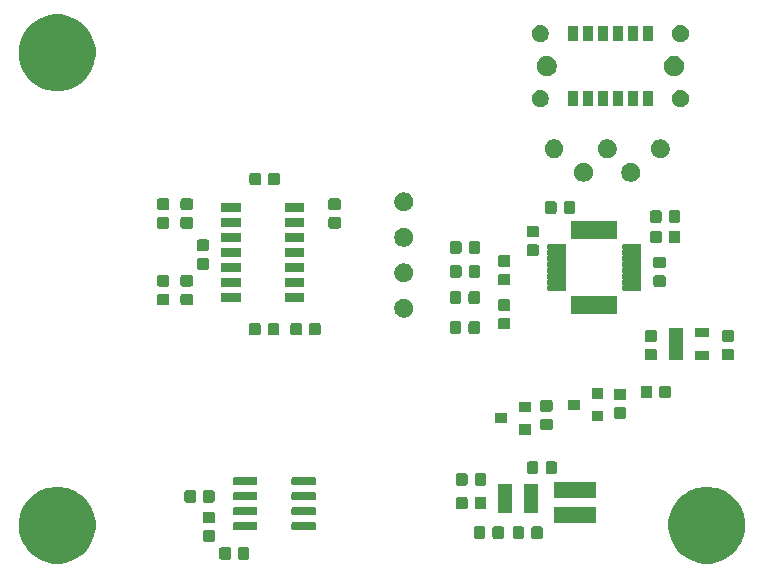
<source format=gbr>
G04 #@! TF.GenerationSoftware,KiCad,Pcbnew,(5.1.5-0)*
G04 #@! TF.CreationDate,2020-09-22T17:23:07-07:00*
G04 #@! TF.ProjectId,Luminometer_ADC,4c756d69-6e6f-46d6-9574-65725f414443,rev?*
G04 #@! TF.SameCoordinates,Original*
G04 #@! TF.FileFunction,Soldermask,Top*
G04 #@! TF.FilePolarity,Negative*
%FSLAX46Y46*%
G04 Gerber Fmt 4.6, Leading zero omitted, Abs format (unit mm)*
G04 Created by KiCad (PCBNEW (5.1.5-0)) date 2020-09-22 17:23:07*
%MOMM*%
%LPD*%
G04 APERTURE LIST*
%ADD10C,0.100000*%
G04 APERTURE END LIST*
D10*
G36*
X175634239Y-121811467D02*
G01*
X175948282Y-121873934D01*
X176539926Y-122119001D01*
X176843944Y-122322140D01*
X177072391Y-122474783D01*
X177525217Y-122927609D01*
X177555177Y-122972448D01*
X177880999Y-123460074D01*
X178126066Y-124051718D01*
X178150588Y-124175000D01*
X178251000Y-124679803D01*
X178251000Y-125320197D01*
X178209655Y-125528052D01*
X178126066Y-125948282D01*
X177880999Y-126539926D01*
X177670473Y-126855000D01*
X177539110Y-127051599D01*
X177525216Y-127072392D01*
X177072392Y-127525216D01*
X176539926Y-127880999D01*
X175948282Y-128126066D01*
X175634239Y-128188533D01*
X175320197Y-128251000D01*
X174679803Y-128251000D01*
X174365761Y-128188533D01*
X174051718Y-128126066D01*
X173460074Y-127880999D01*
X172927608Y-127525216D01*
X172474784Y-127072392D01*
X172460891Y-127051599D01*
X172329527Y-126855000D01*
X172119001Y-126539926D01*
X171873934Y-125948282D01*
X171790345Y-125528052D01*
X171749000Y-125320197D01*
X171749000Y-124679803D01*
X171849412Y-124175000D01*
X171873934Y-124051718D01*
X172119001Y-123460074D01*
X172444823Y-122972448D01*
X172474783Y-122927609D01*
X172927609Y-122474783D01*
X173156056Y-122322140D01*
X173460074Y-122119001D01*
X174051718Y-121873934D01*
X174365761Y-121811467D01*
X174679803Y-121749000D01*
X175320197Y-121749000D01*
X175634239Y-121811467D01*
G37*
G36*
X120634239Y-121811467D02*
G01*
X120948282Y-121873934D01*
X121539926Y-122119001D01*
X121843944Y-122322140D01*
X122072391Y-122474783D01*
X122525217Y-122927609D01*
X122555177Y-122972448D01*
X122880999Y-123460074D01*
X123126066Y-124051718D01*
X123150588Y-124175000D01*
X123251000Y-124679803D01*
X123251000Y-125320197D01*
X123209655Y-125528052D01*
X123126066Y-125948282D01*
X122880999Y-126539926D01*
X122670473Y-126855000D01*
X122539110Y-127051599D01*
X122525216Y-127072392D01*
X122072392Y-127525216D01*
X121539926Y-127880999D01*
X120948282Y-128126066D01*
X120634239Y-128188533D01*
X120320197Y-128251000D01*
X119679803Y-128251000D01*
X119365761Y-128188533D01*
X119051718Y-128126066D01*
X118460074Y-127880999D01*
X117927608Y-127525216D01*
X117474784Y-127072392D01*
X117460891Y-127051599D01*
X117329527Y-126855000D01*
X117119001Y-126539926D01*
X116873934Y-125948282D01*
X116790345Y-125528052D01*
X116749000Y-125320197D01*
X116749000Y-124679803D01*
X116849412Y-124175000D01*
X116873934Y-124051718D01*
X117119001Y-123460074D01*
X117444823Y-122972448D01*
X117474783Y-122927609D01*
X117927609Y-122474783D01*
X118156056Y-122322140D01*
X118460074Y-122119001D01*
X119051718Y-121873934D01*
X119365761Y-121811467D01*
X119679803Y-121749000D01*
X120320197Y-121749000D01*
X120634239Y-121811467D01*
G37*
G36*
X136130591Y-126859085D02*
G01*
X136164569Y-126869393D01*
X136195890Y-126886134D01*
X136223339Y-126908661D01*
X136245866Y-126936110D01*
X136262607Y-126967431D01*
X136272915Y-127001409D01*
X136277000Y-127042890D01*
X136277000Y-127719110D01*
X136272915Y-127760591D01*
X136262607Y-127794569D01*
X136245866Y-127825890D01*
X136223339Y-127853339D01*
X136195890Y-127875866D01*
X136164569Y-127892607D01*
X136130591Y-127902915D01*
X136089110Y-127907000D01*
X135487890Y-127907000D01*
X135446409Y-127902915D01*
X135412431Y-127892607D01*
X135381110Y-127875866D01*
X135353661Y-127853339D01*
X135331134Y-127825890D01*
X135314393Y-127794569D01*
X135304085Y-127760591D01*
X135300000Y-127719110D01*
X135300000Y-127042890D01*
X135304085Y-127001409D01*
X135314393Y-126967431D01*
X135331134Y-126936110D01*
X135353661Y-126908661D01*
X135381110Y-126886134D01*
X135412431Y-126869393D01*
X135446409Y-126859085D01*
X135487890Y-126855000D01*
X136089110Y-126855000D01*
X136130591Y-126859085D01*
G37*
G36*
X134555591Y-126859085D02*
G01*
X134589569Y-126869393D01*
X134620890Y-126886134D01*
X134648339Y-126908661D01*
X134670866Y-126936110D01*
X134687607Y-126967431D01*
X134697915Y-127001409D01*
X134702000Y-127042890D01*
X134702000Y-127719110D01*
X134697915Y-127760591D01*
X134687607Y-127794569D01*
X134670866Y-127825890D01*
X134648339Y-127853339D01*
X134620890Y-127875866D01*
X134589569Y-127892607D01*
X134555591Y-127902915D01*
X134514110Y-127907000D01*
X133912890Y-127907000D01*
X133871409Y-127902915D01*
X133837431Y-127892607D01*
X133806110Y-127875866D01*
X133778661Y-127853339D01*
X133756134Y-127825890D01*
X133739393Y-127794569D01*
X133729085Y-127760591D01*
X133725000Y-127719110D01*
X133725000Y-127042890D01*
X133729085Y-127001409D01*
X133739393Y-126967431D01*
X133756134Y-126936110D01*
X133778661Y-126908661D01*
X133806110Y-126886134D01*
X133837431Y-126869393D01*
X133871409Y-126859085D01*
X133912890Y-126855000D01*
X134514110Y-126855000D01*
X134555591Y-126859085D01*
G37*
G36*
X133221591Y-125423585D02*
G01*
X133255569Y-125433893D01*
X133286890Y-125450634D01*
X133314339Y-125473161D01*
X133336866Y-125500610D01*
X133353607Y-125531931D01*
X133363915Y-125565909D01*
X133368000Y-125607390D01*
X133368000Y-126208610D01*
X133363915Y-126250091D01*
X133353607Y-126284069D01*
X133336866Y-126315390D01*
X133314339Y-126342839D01*
X133286890Y-126365366D01*
X133255569Y-126382107D01*
X133221591Y-126392415D01*
X133180110Y-126396500D01*
X132503890Y-126396500D01*
X132462409Y-126392415D01*
X132428431Y-126382107D01*
X132397110Y-126365366D01*
X132369661Y-126342839D01*
X132347134Y-126315390D01*
X132330393Y-126284069D01*
X132320085Y-126250091D01*
X132316000Y-126208610D01*
X132316000Y-125607390D01*
X132320085Y-125565909D01*
X132330393Y-125531931D01*
X132347134Y-125500610D01*
X132369661Y-125473161D01*
X132397110Y-125450634D01*
X132428431Y-125433893D01*
X132462409Y-125423585D01*
X132503890Y-125419500D01*
X133180110Y-125419500D01*
X133221591Y-125423585D01*
G37*
G36*
X160962591Y-125097085D02*
G01*
X160996569Y-125107393D01*
X161027890Y-125124134D01*
X161055339Y-125146661D01*
X161077866Y-125174110D01*
X161094607Y-125205431D01*
X161104915Y-125239409D01*
X161109000Y-125280890D01*
X161109000Y-125957110D01*
X161104915Y-125998591D01*
X161094607Y-126032569D01*
X161077866Y-126063890D01*
X161055339Y-126091339D01*
X161027890Y-126113866D01*
X160996569Y-126130607D01*
X160962591Y-126140915D01*
X160921110Y-126145000D01*
X160319890Y-126145000D01*
X160278409Y-126140915D01*
X160244431Y-126130607D01*
X160213110Y-126113866D01*
X160185661Y-126091339D01*
X160163134Y-126063890D01*
X160146393Y-126032569D01*
X160136085Y-125998591D01*
X160132000Y-125957110D01*
X160132000Y-125280890D01*
X160136085Y-125239409D01*
X160146393Y-125205431D01*
X160163134Y-125174110D01*
X160185661Y-125146661D01*
X160213110Y-125124134D01*
X160244431Y-125107393D01*
X160278409Y-125097085D01*
X160319890Y-125093000D01*
X160921110Y-125093000D01*
X160962591Y-125097085D01*
G37*
G36*
X159387591Y-125097085D02*
G01*
X159421569Y-125107393D01*
X159452890Y-125124134D01*
X159480339Y-125146661D01*
X159502866Y-125174110D01*
X159519607Y-125205431D01*
X159529915Y-125239409D01*
X159534000Y-125280890D01*
X159534000Y-125957110D01*
X159529915Y-125998591D01*
X159519607Y-126032569D01*
X159502866Y-126063890D01*
X159480339Y-126091339D01*
X159452890Y-126113866D01*
X159421569Y-126130607D01*
X159387591Y-126140915D01*
X159346110Y-126145000D01*
X158744890Y-126145000D01*
X158703409Y-126140915D01*
X158669431Y-126130607D01*
X158638110Y-126113866D01*
X158610661Y-126091339D01*
X158588134Y-126063890D01*
X158571393Y-126032569D01*
X158561085Y-125998591D01*
X158557000Y-125957110D01*
X158557000Y-125280890D01*
X158561085Y-125239409D01*
X158571393Y-125205431D01*
X158588134Y-125174110D01*
X158610661Y-125146661D01*
X158638110Y-125124134D01*
X158669431Y-125107393D01*
X158703409Y-125097085D01*
X158744890Y-125093000D01*
X159346110Y-125093000D01*
X159387591Y-125097085D01*
G37*
G36*
X157675091Y-125097085D02*
G01*
X157709069Y-125107393D01*
X157740390Y-125124134D01*
X157767839Y-125146661D01*
X157790366Y-125174110D01*
X157807107Y-125205431D01*
X157817415Y-125239409D01*
X157821500Y-125280890D01*
X157821500Y-125957110D01*
X157817415Y-125998591D01*
X157807107Y-126032569D01*
X157790366Y-126063890D01*
X157767839Y-126091339D01*
X157740390Y-126113866D01*
X157709069Y-126130607D01*
X157675091Y-126140915D01*
X157633610Y-126145000D01*
X157032390Y-126145000D01*
X156990909Y-126140915D01*
X156956931Y-126130607D01*
X156925610Y-126113866D01*
X156898161Y-126091339D01*
X156875634Y-126063890D01*
X156858893Y-126032569D01*
X156848585Y-125998591D01*
X156844500Y-125957110D01*
X156844500Y-125280890D01*
X156848585Y-125239409D01*
X156858893Y-125205431D01*
X156875634Y-125174110D01*
X156898161Y-125146661D01*
X156925610Y-125124134D01*
X156956931Y-125107393D01*
X156990909Y-125097085D01*
X157032390Y-125093000D01*
X157633610Y-125093000D01*
X157675091Y-125097085D01*
G37*
G36*
X156100091Y-125097085D02*
G01*
X156134069Y-125107393D01*
X156165390Y-125124134D01*
X156192839Y-125146661D01*
X156215366Y-125174110D01*
X156232107Y-125205431D01*
X156242415Y-125239409D01*
X156246500Y-125280890D01*
X156246500Y-125957110D01*
X156242415Y-125998591D01*
X156232107Y-126032569D01*
X156215366Y-126063890D01*
X156192839Y-126091339D01*
X156165390Y-126113866D01*
X156134069Y-126130607D01*
X156100091Y-126140915D01*
X156058610Y-126145000D01*
X155457390Y-126145000D01*
X155415909Y-126140915D01*
X155381931Y-126130607D01*
X155350610Y-126113866D01*
X155323161Y-126091339D01*
X155300634Y-126063890D01*
X155283893Y-126032569D01*
X155273585Y-125998591D01*
X155269500Y-125957110D01*
X155269500Y-125280890D01*
X155273585Y-125239409D01*
X155283893Y-125205431D01*
X155300634Y-125174110D01*
X155323161Y-125146661D01*
X155350610Y-125124134D01*
X155381931Y-125107393D01*
X155415909Y-125097085D01*
X155457390Y-125093000D01*
X156058610Y-125093000D01*
X156100091Y-125097085D01*
G37*
G36*
X141798928Y-124745764D02*
G01*
X141820009Y-124752160D01*
X141839445Y-124762548D01*
X141856476Y-124776524D01*
X141870452Y-124793555D01*
X141880840Y-124812991D01*
X141887236Y-124834072D01*
X141890000Y-124862140D01*
X141890000Y-125325860D01*
X141887236Y-125353928D01*
X141880840Y-125375009D01*
X141870452Y-125394445D01*
X141856476Y-125411476D01*
X141839445Y-125425452D01*
X141820009Y-125435840D01*
X141798928Y-125442236D01*
X141770860Y-125445000D01*
X139957140Y-125445000D01*
X139929072Y-125442236D01*
X139907991Y-125435840D01*
X139888555Y-125425452D01*
X139871524Y-125411476D01*
X139857548Y-125394445D01*
X139847160Y-125375009D01*
X139840764Y-125353928D01*
X139838000Y-125325860D01*
X139838000Y-124862140D01*
X139840764Y-124834072D01*
X139847160Y-124812991D01*
X139857548Y-124793555D01*
X139871524Y-124776524D01*
X139888555Y-124762548D01*
X139907991Y-124752160D01*
X139929072Y-124745764D01*
X139957140Y-124743000D01*
X141770860Y-124743000D01*
X141798928Y-124745764D01*
G37*
G36*
X136848928Y-124745764D02*
G01*
X136870009Y-124752160D01*
X136889445Y-124762548D01*
X136906476Y-124776524D01*
X136920452Y-124793555D01*
X136930840Y-124812991D01*
X136937236Y-124834072D01*
X136940000Y-124862140D01*
X136940000Y-125325860D01*
X136937236Y-125353928D01*
X136930840Y-125375009D01*
X136920452Y-125394445D01*
X136906476Y-125411476D01*
X136889445Y-125425452D01*
X136870009Y-125435840D01*
X136848928Y-125442236D01*
X136820860Y-125445000D01*
X135007140Y-125445000D01*
X134979072Y-125442236D01*
X134957991Y-125435840D01*
X134938555Y-125425452D01*
X134921524Y-125411476D01*
X134907548Y-125394445D01*
X134897160Y-125375009D01*
X134890764Y-125353928D01*
X134888000Y-125325860D01*
X134888000Y-124862140D01*
X134890764Y-124834072D01*
X134897160Y-124812991D01*
X134907548Y-124793555D01*
X134921524Y-124776524D01*
X134938555Y-124762548D01*
X134957991Y-124752160D01*
X134979072Y-124745764D01*
X135007140Y-124743000D01*
X136820860Y-124743000D01*
X136848928Y-124745764D01*
G37*
G36*
X133221591Y-123848585D02*
G01*
X133255569Y-123858893D01*
X133286890Y-123875634D01*
X133314339Y-123898161D01*
X133336866Y-123925610D01*
X133353607Y-123956931D01*
X133363915Y-123990909D01*
X133368000Y-124032390D01*
X133368000Y-124633610D01*
X133363915Y-124675091D01*
X133353607Y-124709069D01*
X133336866Y-124740390D01*
X133314339Y-124767839D01*
X133286890Y-124790366D01*
X133255569Y-124807107D01*
X133221591Y-124817415D01*
X133180110Y-124821500D01*
X132503890Y-124821500D01*
X132462409Y-124817415D01*
X132428431Y-124807107D01*
X132397110Y-124790366D01*
X132369661Y-124767839D01*
X132347134Y-124740390D01*
X132330393Y-124709069D01*
X132320085Y-124675091D01*
X132316000Y-124633610D01*
X132316000Y-124032390D01*
X132320085Y-123990909D01*
X132330393Y-123956931D01*
X132347134Y-123925610D01*
X132369661Y-123898161D01*
X132397110Y-123875634D01*
X132428431Y-123858893D01*
X132462409Y-123848585D01*
X132503890Y-123844500D01*
X133180110Y-123844500D01*
X133221591Y-123848585D01*
G37*
G36*
X165584000Y-124820000D02*
G01*
X162082000Y-124820000D01*
X162082000Y-123418000D01*
X165584000Y-123418000D01*
X165584000Y-124820000D01*
G37*
G36*
X141798928Y-123475764D02*
G01*
X141820009Y-123482160D01*
X141839445Y-123492548D01*
X141856476Y-123506524D01*
X141870452Y-123523555D01*
X141880840Y-123542991D01*
X141887236Y-123564072D01*
X141890000Y-123592140D01*
X141890000Y-124055860D01*
X141887236Y-124083928D01*
X141880840Y-124105009D01*
X141870452Y-124124445D01*
X141856476Y-124141476D01*
X141839445Y-124155452D01*
X141820009Y-124165840D01*
X141798928Y-124172236D01*
X141770860Y-124175000D01*
X139957140Y-124175000D01*
X139929072Y-124172236D01*
X139907991Y-124165840D01*
X139888555Y-124155452D01*
X139871524Y-124141476D01*
X139857548Y-124124445D01*
X139847160Y-124105009D01*
X139840764Y-124083928D01*
X139838000Y-124055860D01*
X139838000Y-123592140D01*
X139840764Y-123564072D01*
X139847160Y-123542991D01*
X139857548Y-123523555D01*
X139871524Y-123506524D01*
X139888555Y-123492548D01*
X139907991Y-123482160D01*
X139929072Y-123475764D01*
X139957140Y-123473000D01*
X141770860Y-123473000D01*
X141798928Y-123475764D01*
G37*
G36*
X136848928Y-123475764D02*
G01*
X136870009Y-123482160D01*
X136889445Y-123492548D01*
X136906476Y-123506524D01*
X136920452Y-123523555D01*
X136930840Y-123542991D01*
X136937236Y-123564072D01*
X136940000Y-123592140D01*
X136940000Y-124055860D01*
X136937236Y-124083928D01*
X136930840Y-124105009D01*
X136920452Y-124124445D01*
X136906476Y-124141476D01*
X136889445Y-124155452D01*
X136870009Y-124165840D01*
X136848928Y-124172236D01*
X136820860Y-124175000D01*
X135007140Y-124175000D01*
X134979072Y-124172236D01*
X134957991Y-124165840D01*
X134938555Y-124155452D01*
X134921524Y-124141476D01*
X134907548Y-124124445D01*
X134897160Y-124105009D01*
X134890764Y-124083928D01*
X134888000Y-124055860D01*
X134888000Y-123592140D01*
X134890764Y-123564072D01*
X134897160Y-123542991D01*
X134907548Y-123523555D01*
X134921524Y-123506524D01*
X134938555Y-123492548D01*
X134957991Y-123482160D01*
X134979072Y-123475764D01*
X135007140Y-123473000D01*
X136820860Y-123473000D01*
X136848928Y-123475764D01*
G37*
G36*
X160709000Y-123930000D02*
G01*
X159547000Y-123930000D01*
X159547000Y-121468000D01*
X160709000Y-121468000D01*
X160709000Y-123930000D01*
G37*
G36*
X158509000Y-123930000D02*
G01*
X157347000Y-123930000D01*
X157347000Y-121468000D01*
X158509000Y-121468000D01*
X158509000Y-123930000D01*
G37*
G36*
X154600091Y-122597085D02*
G01*
X154634069Y-122607393D01*
X154665390Y-122624134D01*
X154692839Y-122646661D01*
X154715366Y-122674110D01*
X154732107Y-122705431D01*
X154742415Y-122739409D01*
X154746500Y-122780890D01*
X154746500Y-123457110D01*
X154742415Y-123498591D01*
X154732107Y-123532569D01*
X154715366Y-123563890D01*
X154692839Y-123591339D01*
X154665390Y-123613866D01*
X154634069Y-123630607D01*
X154600091Y-123640915D01*
X154558610Y-123645000D01*
X153957390Y-123645000D01*
X153915909Y-123640915D01*
X153881931Y-123630607D01*
X153850610Y-123613866D01*
X153823161Y-123591339D01*
X153800634Y-123563890D01*
X153783893Y-123532569D01*
X153773585Y-123498591D01*
X153769500Y-123457110D01*
X153769500Y-122780890D01*
X153773585Y-122739409D01*
X153783893Y-122705431D01*
X153800634Y-122674110D01*
X153823161Y-122646661D01*
X153850610Y-122624134D01*
X153881931Y-122607393D01*
X153915909Y-122597085D01*
X153957390Y-122593000D01*
X154558610Y-122593000D01*
X154600091Y-122597085D01*
G37*
G36*
X156175091Y-122597085D02*
G01*
X156209069Y-122607393D01*
X156240390Y-122624134D01*
X156267839Y-122646661D01*
X156290366Y-122674110D01*
X156307107Y-122705431D01*
X156317415Y-122739409D01*
X156321500Y-122780890D01*
X156321500Y-123457110D01*
X156317415Y-123498591D01*
X156307107Y-123532569D01*
X156290366Y-123563890D01*
X156267839Y-123591339D01*
X156240390Y-123613866D01*
X156209069Y-123630607D01*
X156175091Y-123640915D01*
X156133610Y-123645000D01*
X155532390Y-123645000D01*
X155490909Y-123640915D01*
X155456931Y-123630607D01*
X155425610Y-123613866D01*
X155398161Y-123591339D01*
X155375634Y-123563890D01*
X155358893Y-123532569D01*
X155348585Y-123498591D01*
X155344500Y-123457110D01*
X155344500Y-122780890D01*
X155348585Y-122739409D01*
X155358893Y-122705431D01*
X155375634Y-122674110D01*
X155398161Y-122646661D01*
X155425610Y-122624134D01*
X155456931Y-122607393D01*
X155490909Y-122597085D01*
X155532390Y-122593000D01*
X156133610Y-122593000D01*
X156175091Y-122597085D01*
G37*
G36*
X133184091Y-122033085D02*
G01*
X133218069Y-122043393D01*
X133249390Y-122060134D01*
X133276839Y-122082661D01*
X133299366Y-122110110D01*
X133316107Y-122141431D01*
X133326415Y-122175409D01*
X133330500Y-122216890D01*
X133330500Y-122893110D01*
X133326415Y-122934591D01*
X133316107Y-122968569D01*
X133299366Y-122999890D01*
X133276839Y-123027339D01*
X133249390Y-123049866D01*
X133218069Y-123066607D01*
X133184091Y-123076915D01*
X133142610Y-123081000D01*
X132541390Y-123081000D01*
X132499909Y-123076915D01*
X132465931Y-123066607D01*
X132434610Y-123049866D01*
X132407161Y-123027339D01*
X132384634Y-122999890D01*
X132367893Y-122968569D01*
X132357585Y-122934591D01*
X132353500Y-122893110D01*
X132353500Y-122216890D01*
X132357585Y-122175409D01*
X132367893Y-122141431D01*
X132384634Y-122110110D01*
X132407161Y-122082661D01*
X132434610Y-122060134D01*
X132465931Y-122043393D01*
X132499909Y-122033085D01*
X132541390Y-122029000D01*
X133142610Y-122029000D01*
X133184091Y-122033085D01*
G37*
G36*
X131609091Y-122033085D02*
G01*
X131643069Y-122043393D01*
X131674390Y-122060134D01*
X131701839Y-122082661D01*
X131724366Y-122110110D01*
X131741107Y-122141431D01*
X131751415Y-122175409D01*
X131755500Y-122216890D01*
X131755500Y-122893110D01*
X131751415Y-122934591D01*
X131741107Y-122968569D01*
X131724366Y-122999890D01*
X131701839Y-123027339D01*
X131674390Y-123049866D01*
X131643069Y-123066607D01*
X131609091Y-123076915D01*
X131567610Y-123081000D01*
X130966390Y-123081000D01*
X130924909Y-123076915D01*
X130890931Y-123066607D01*
X130859610Y-123049866D01*
X130832161Y-123027339D01*
X130809634Y-122999890D01*
X130792893Y-122968569D01*
X130782585Y-122934591D01*
X130778500Y-122893110D01*
X130778500Y-122216890D01*
X130782585Y-122175409D01*
X130792893Y-122141431D01*
X130809634Y-122110110D01*
X130832161Y-122082661D01*
X130859610Y-122060134D01*
X130890931Y-122043393D01*
X130924909Y-122033085D01*
X130966390Y-122029000D01*
X131567610Y-122029000D01*
X131609091Y-122033085D01*
G37*
G36*
X141798928Y-122205764D02*
G01*
X141820009Y-122212160D01*
X141839445Y-122222548D01*
X141856476Y-122236524D01*
X141870452Y-122253555D01*
X141880840Y-122272991D01*
X141887236Y-122294072D01*
X141890000Y-122322140D01*
X141890000Y-122785860D01*
X141887236Y-122813928D01*
X141880840Y-122835009D01*
X141870452Y-122854445D01*
X141856476Y-122871476D01*
X141839445Y-122885452D01*
X141820009Y-122895840D01*
X141798928Y-122902236D01*
X141770860Y-122905000D01*
X139957140Y-122905000D01*
X139929072Y-122902236D01*
X139907991Y-122895840D01*
X139888555Y-122885452D01*
X139871524Y-122871476D01*
X139857548Y-122854445D01*
X139847160Y-122835009D01*
X139840764Y-122813928D01*
X139838000Y-122785860D01*
X139838000Y-122322140D01*
X139840764Y-122294072D01*
X139847160Y-122272991D01*
X139857548Y-122253555D01*
X139871524Y-122236524D01*
X139888555Y-122222548D01*
X139907991Y-122212160D01*
X139929072Y-122205764D01*
X139957140Y-122203000D01*
X141770860Y-122203000D01*
X141798928Y-122205764D01*
G37*
G36*
X136848928Y-122205764D02*
G01*
X136870009Y-122212160D01*
X136889445Y-122222548D01*
X136906476Y-122236524D01*
X136920452Y-122253555D01*
X136930840Y-122272991D01*
X136937236Y-122294072D01*
X136940000Y-122322140D01*
X136940000Y-122785860D01*
X136937236Y-122813928D01*
X136930840Y-122835009D01*
X136920452Y-122854445D01*
X136906476Y-122871476D01*
X136889445Y-122885452D01*
X136870009Y-122895840D01*
X136848928Y-122902236D01*
X136820860Y-122905000D01*
X135007140Y-122905000D01*
X134979072Y-122902236D01*
X134957991Y-122895840D01*
X134938555Y-122885452D01*
X134921524Y-122871476D01*
X134907548Y-122854445D01*
X134897160Y-122835009D01*
X134890764Y-122813928D01*
X134888000Y-122785860D01*
X134888000Y-122322140D01*
X134890764Y-122294072D01*
X134897160Y-122272991D01*
X134907548Y-122253555D01*
X134921524Y-122236524D01*
X134938555Y-122222548D01*
X134957991Y-122212160D01*
X134979072Y-122205764D01*
X135007140Y-122203000D01*
X136820860Y-122203000D01*
X136848928Y-122205764D01*
G37*
G36*
X165584000Y-122720000D02*
G01*
X162082000Y-122720000D01*
X162082000Y-121318000D01*
X165584000Y-121318000D01*
X165584000Y-122720000D01*
G37*
G36*
X156175091Y-120597085D02*
G01*
X156209069Y-120607393D01*
X156240390Y-120624134D01*
X156267839Y-120646661D01*
X156290366Y-120674110D01*
X156307107Y-120705431D01*
X156317415Y-120739409D01*
X156321500Y-120780890D01*
X156321500Y-121457110D01*
X156317415Y-121498591D01*
X156307107Y-121532569D01*
X156290366Y-121563890D01*
X156267839Y-121591339D01*
X156240390Y-121613866D01*
X156209069Y-121630607D01*
X156175091Y-121640915D01*
X156133610Y-121645000D01*
X155532390Y-121645000D01*
X155490909Y-121640915D01*
X155456931Y-121630607D01*
X155425610Y-121613866D01*
X155398161Y-121591339D01*
X155375634Y-121563890D01*
X155358893Y-121532569D01*
X155348585Y-121498591D01*
X155344500Y-121457110D01*
X155344500Y-120780890D01*
X155348585Y-120739409D01*
X155358893Y-120705431D01*
X155375634Y-120674110D01*
X155398161Y-120646661D01*
X155425610Y-120624134D01*
X155456931Y-120607393D01*
X155490909Y-120597085D01*
X155532390Y-120593000D01*
X156133610Y-120593000D01*
X156175091Y-120597085D01*
G37*
G36*
X154600091Y-120597085D02*
G01*
X154634069Y-120607393D01*
X154665390Y-120624134D01*
X154692839Y-120646661D01*
X154715366Y-120674110D01*
X154732107Y-120705431D01*
X154742415Y-120739409D01*
X154746500Y-120780890D01*
X154746500Y-121457110D01*
X154742415Y-121498591D01*
X154732107Y-121532569D01*
X154715366Y-121563890D01*
X154692839Y-121591339D01*
X154665390Y-121613866D01*
X154634069Y-121630607D01*
X154600091Y-121640915D01*
X154558610Y-121645000D01*
X153957390Y-121645000D01*
X153915909Y-121640915D01*
X153881931Y-121630607D01*
X153850610Y-121613866D01*
X153823161Y-121591339D01*
X153800634Y-121563890D01*
X153783893Y-121532569D01*
X153773585Y-121498591D01*
X153769500Y-121457110D01*
X153769500Y-120780890D01*
X153773585Y-120739409D01*
X153783893Y-120705431D01*
X153800634Y-120674110D01*
X153823161Y-120646661D01*
X153850610Y-120624134D01*
X153881931Y-120607393D01*
X153915909Y-120597085D01*
X153957390Y-120593000D01*
X154558610Y-120593000D01*
X154600091Y-120597085D01*
G37*
G36*
X136848928Y-120935764D02*
G01*
X136870009Y-120942160D01*
X136889445Y-120952548D01*
X136906476Y-120966524D01*
X136920452Y-120983555D01*
X136930840Y-121002991D01*
X136937236Y-121024072D01*
X136940000Y-121052140D01*
X136940000Y-121515860D01*
X136937236Y-121543928D01*
X136930840Y-121565009D01*
X136920452Y-121584445D01*
X136906476Y-121601476D01*
X136889445Y-121615452D01*
X136870009Y-121625840D01*
X136848928Y-121632236D01*
X136820860Y-121635000D01*
X135007140Y-121635000D01*
X134979072Y-121632236D01*
X134957991Y-121625840D01*
X134938555Y-121615452D01*
X134921524Y-121601476D01*
X134907548Y-121584445D01*
X134897160Y-121565009D01*
X134890764Y-121543928D01*
X134888000Y-121515860D01*
X134888000Y-121052140D01*
X134890764Y-121024072D01*
X134897160Y-121002991D01*
X134907548Y-120983555D01*
X134921524Y-120966524D01*
X134938555Y-120952548D01*
X134957991Y-120942160D01*
X134979072Y-120935764D01*
X135007140Y-120933000D01*
X136820860Y-120933000D01*
X136848928Y-120935764D01*
G37*
G36*
X141798928Y-120935764D02*
G01*
X141820009Y-120942160D01*
X141839445Y-120952548D01*
X141856476Y-120966524D01*
X141870452Y-120983555D01*
X141880840Y-121002991D01*
X141887236Y-121024072D01*
X141890000Y-121052140D01*
X141890000Y-121515860D01*
X141887236Y-121543928D01*
X141880840Y-121565009D01*
X141870452Y-121584445D01*
X141856476Y-121601476D01*
X141839445Y-121615452D01*
X141820009Y-121625840D01*
X141798928Y-121632236D01*
X141770860Y-121635000D01*
X139957140Y-121635000D01*
X139929072Y-121632236D01*
X139907991Y-121625840D01*
X139888555Y-121615452D01*
X139871524Y-121601476D01*
X139857548Y-121584445D01*
X139847160Y-121565009D01*
X139840764Y-121543928D01*
X139838000Y-121515860D01*
X139838000Y-121052140D01*
X139840764Y-121024072D01*
X139847160Y-121002991D01*
X139857548Y-120983555D01*
X139871524Y-120966524D01*
X139888555Y-120952548D01*
X139907991Y-120942160D01*
X139929072Y-120935764D01*
X139957140Y-120933000D01*
X141770860Y-120933000D01*
X141798928Y-120935764D01*
G37*
G36*
X162175091Y-119597085D02*
G01*
X162209069Y-119607393D01*
X162240390Y-119624134D01*
X162267839Y-119646661D01*
X162290366Y-119674110D01*
X162307107Y-119705431D01*
X162317415Y-119739409D01*
X162321500Y-119780890D01*
X162321500Y-120457110D01*
X162317415Y-120498591D01*
X162307107Y-120532569D01*
X162290366Y-120563890D01*
X162267839Y-120591339D01*
X162240390Y-120613866D01*
X162209069Y-120630607D01*
X162175091Y-120640915D01*
X162133610Y-120645000D01*
X161532390Y-120645000D01*
X161490909Y-120640915D01*
X161456931Y-120630607D01*
X161425610Y-120613866D01*
X161398161Y-120591339D01*
X161375634Y-120563890D01*
X161358893Y-120532569D01*
X161348585Y-120498591D01*
X161344500Y-120457110D01*
X161344500Y-119780890D01*
X161348585Y-119739409D01*
X161358893Y-119705431D01*
X161375634Y-119674110D01*
X161398161Y-119646661D01*
X161425610Y-119624134D01*
X161456931Y-119607393D01*
X161490909Y-119597085D01*
X161532390Y-119593000D01*
X162133610Y-119593000D01*
X162175091Y-119597085D01*
G37*
G36*
X160600091Y-119597085D02*
G01*
X160634069Y-119607393D01*
X160665390Y-119624134D01*
X160692839Y-119646661D01*
X160715366Y-119674110D01*
X160732107Y-119705431D01*
X160742415Y-119739409D01*
X160746500Y-119780890D01*
X160746500Y-120457110D01*
X160742415Y-120498591D01*
X160732107Y-120532569D01*
X160715366Y-120563890D01*
X160692839Y-120591339D01*
X160665390Y-120613866D01*
X160634069Y-120630607D01*
X160600091Y-120640915D01*
X160558610Y-120645000D01*
X159957390Y-120645000D01*
X159915909Y-120640915D01*
X159881931Y-120630607D01*
X159850610Y-120613866D01*
X159823161Y-120591339D01*
X159800634Y-120563890D01*
X159783893Y-120532569D01*
X159773585Y-120498591D01*
X159769500Y-120457110D01*
X159769500Y-119780890D01*
X159773585Y-119739409D01*
X159783893Y-119705431D01*
X159800634Y-119674110D01*
X159823161Y-119646661D01*
X159850610Y-119624134D01*
X159881931Y-119607393D01*
X159915909Y-119597085D01*
X159957390Y-119593000D01*
X160558610Y-119593000D01*
X160600091Y-119597085D01*
G37*
G36*
X160089000Y-117330000D02*
G01*
X159087000Y-117330000D01*
X159087000Y-116428000D01*
X160089000Y-116428000D01*
X160089000Y-117330000D01*
G37*
G36*
X161797591Y-115983585D02*
G01*
X161831569Y-115993893D01*
X161862890Y-116010634D01*
X161890339Y-116033161D01*
X161912866Y-116060610D01*
X161929607Y-116091931D01*
X161939915Y-116125909D01*
X161944000Y-116167390D01*
X161944000Y-116768610D01*
X161939915Y-116810091D01*
X161929607Y-116844069D01*
X161912866Y-116875390D01*
X161890339Y-116902839D01*
X161862890Y-116925366D01*
X161831569Y-116942107D01*
X161797591Y-116952415D01*
X161756110Y-116956500D01*
X161079890Y-116956500D01*
X161038409Y-116952415D01*
X161004431Y-116942107D01*
X160973110Y-116925366D01*
X160945661Y-116902839D01*
X160923134Y-116875390D01*
X160906393Y-116844069D01*
X160896085Y-116810091D01*
X160892000Y-116768610D01*
X160892000Y-116167390D01*
X160896085Y-116125909D01*
X160906393Y-116091931D01*
X160923134Y-116060610D01*
X160945661Y-116033161D01*
X160973110Y-116010634D01*
X161004431Y-115993893D01*
X161038409Y-115983585D01*
X161079890Y-115979500D01*
X161756110Y-115979500D01*
X161797591Y-115983585D01*
G37*
G36*
X158089000Y-116380000D02*
G01*
X157087000Y-116380000D01*
X157087000Y-115478000D01*
X158089000Y-115478000D01*
X158089000Y-116380000D01*
G37*
G36*
X166249000Y-116214000D02*
G01*
X165247000Y-116214000D01*
X165247000Y-115312000D01*
X166249000Y-115312000D01*
X166249000Y-116214000D01*
G37*
G36*
X168032591Y-115006585D02*
G01*
X168066569Y-115016893D01*
X168097890Y-115033634D01*
X168125339Y-115056161D01*
X168147866Y-115083610D01*
X168164607Y-115114931D01*
X168174915Y-115148909D01*
X168179000Y-115190390D01*
X168179000Y-115791610D01*
X168174915Y-115833091D01*
X168164607Y-115867069D01*
X168147866Y-115898390D01*
X168125339Y-115925839D01*
X168097890Y-115948366D01*
X168066569Y-115965107D01*
X168032591Y-115975415D01*
X167991110Y-115979500D01*
X167314890Y-115979500D01*
X167273409Y-115975415D01*
X167239431Y-115965107D01*
X167208110Y-115948366D01*
X167180661Y-115925839D01*
X167158134Y-115898390D01*
X167141393Y-115867069D01*
X167131085Y-115833091D01*
X167127000Y-115791610D01*
X167127000Y-115190390D01*
X167131085Y-115148909D01*
X167141393Y-115114931D01*
X167158134Y-115083610D01*
X167180661Y-115056161D01*
X167208110Y-115033634D01*
X167239431Y-115016893D01*
X167273409Y-115006585D01*
X167314890Y-115002500D01*
X167991110Y-115002500D01*
X168032591Y-115006585D01*
G37*
G36*
X160089000Y-115430000D02*
G01*
X159087000Y-115430000D01*
X159087000Y-114528000D01*
X160089000Y-114528000D01*
X160089000Y-115430000D01*
G37*
G36*
X161797591Y-114408585D02*
G01*
X161831569Y-114418893D01*
X161862890Y-114435634D01*
X161890339Y-114458161D01*
X161912866Y-114485610D01*
X161929607Y-114516931D01*
X161939915Y-114550909D01*
X161944000Y-114592390D01*
X161944000Y-115193610D01*
X161939915Y-115235091D01*
X161929607Y-115269069D01*
X161912866Y-115300390D01*
X161890339Y-115327839D01*
X161862890Y-115350366D01*
X161831569Y-115367107D01*
X161797591Y-115377415D01*
X161756110Y-115381500D01*
X161079890Y-115381500D01*
X161038409Y-115377415D01*
X161004431Y-115367107D01*
X160973110Y-115350366D01*
X160945661Y-115327839D01*
X160923134Y-115300390D01*
X160906393Y-115269069D01*
X160896085Y-115235091D01*
X160892000Y-115193610D01*
X160892000Y-114592390D01*
X160896085Y-114550909D01*
X160906393Y-114516931D01*
X160923134Y-114485610D01*
X160945661Y-114458161D01*
X160973110Y-114435634D01*
X161004431Y-114418893D01*
X161038409Y-114408585D01*
X161079890Y-114404500D01*
X161756110Y-114404500D01*
X161797591Y-114408585D01*
G37*
G36*
X164249000Y-115264000D02*
G01*
X163247000Y-115264000D01*
X163247000Y-114362000D01*
X164249000Y-114362000D01*
X164249000Y-115264000D01*
G37*
G36*
X168032591Y-113431585D02*
G01*
X168066569Y-113441893D01*
X168097890Y-113458634D01*
X168125339Y-113481161D01*
X168147866Y-113508610D01*
X168164607Y-113539931D01*
X168174915Y-113573909D01*
X168179000Y-113615390D01*
X168179000Y-114216610D01*
X168174915Y-114258091D01*
X168164607Y-114292069D01*
X168147866Y-114323390D01*
X168125339Y-114350839D01*
X168097890Y-114373366D01*
X168066569Y-114390107D01*
X168032591Y-114400415D01*
X167991110Y-114404500D01*
X167314890Y-114404500D01*
X167273409Y-114400415D01*
X167239431Y-114390107D01*
X167208110Y-114373366D01*
X167180661Y-114350839D01*
X167158134Y-114323390D01*
X167141393Y-114292069D01*
X167131085Y-114258091D01*
X167127000Y-114216610D01*
X167127000Y-113615390D01*
X167131085Y-113573909D01*
X167141393Y-113539931D01*
X167158134Y-113508610D01*
X167180661Y-113481161D01*
X167208110Y-113458634D01*
X167239431Y-113441893D01*
X167273409Y-113431585D01*
X167314890Y-113427500D01*
X167991110Y-113427500D01*
X168032591Y-113431585D01*
G37*
G36*
X166249000Y-114314000D02*
G01*
X165247000Y-114314000D01*
X165247000Y-113412000D01*
X166249000Y-113412000D01*
X166249000Y-114314000D01*
G37*
G36*
X171805091Y-113187085D02*
G01*
X171839069Y-113197393D01*
X171870390Y-113214134D01*
X171897839Y-113236661D01*
X171920366Y-113264110D01*
X171937107Y-113295431D01*
X171947415Y-113329409D01*
X171951500Y-113370890D01*
X171951500Y-114047110D01*
X171947415Y-114088591D01*
X171937107Y-114122569D01*
X171920366Y-114153890D01*
X171897839Y-114181339D01*
X171870390Y-114203866D01*
X171839069Y-114220607D01*
X171805091Y-114230915D01*
X171763610Y-114235000D01*
X171162390Y-114235000D01*
X171120909Y-114230915D01*
X171086931Y-114220607D01*
X171055610Y-114203866D01*
X171028161Y-114181339D01*
X171005634Y-114153890D01*
X170988893Y-114122569D01*
X170978585Y-114088591D01*
X170974500Y-114047110D01*
X170974500Y-113370890D01*
X170978585Y-113329409D01*
X170988893Y-113295431D01*
X171005634Y-113264110D01*
X171028161Y-113236661D01*
X171055610Y-113214134D01*
X171086931Y-113197393D01*
X171120909Y-113187085D01*
X171162390Y-113183000D01*
X171763610Y-113183000D01*
X171805091Y-113187085D01*
G37*
G36*
X170230091Y-113187085D02*
G01*
X170264069Y-113197393D01*
X170295390Y-113214134D01*
X170322839Y-113236661D01*
X170345366Y-113264110D01*
X170362107Y-113295431D01*
X170372415Y-113329409D01*
X170376500Y-113370890D01*
X170376500Y-114047110D01*
X170372415Y-114088591D01*
X170362107Y-114122569D01*
X170345366Y-114153890D01*
X170322839Y-114181339D01*
X170295390Y-114203866D01*
X170264069Y-114220607D01*
X170230091Y-114230915D01*
X170188610Y-114235000D01*
X169587390Y-114235000D01*
X169545909Y-114230915D01*
X169511931Y-114220607D01*
X169480610Y-114203866D01*
X169453161Y-114181339D01*
X169430634Y-114153890D01*
X169413893Y-114122569D01*
X169403585Y-114088591D01*
X169399500Y-114047110D01*
X169399500Y-113370890D01*
X169403585Y-113329409D01*
X169413893Y-113295431D01*
X169430634Y-113264110D01*
X169453161Y-113236661D01*
X169480610Y-113214134D01*
X169511931Y-113197393D01*
X169545909Y-113187085D01*
X169587390Y-113183000D01*
X170188610Y-113183000D01*
X170230091Y-113187085D01*
G37*
G36*
X170633591Y-110074585D02*
G01*
X170667569Y-110084893D01*
X170698890Y-110101634D01*
X170726339Y-110124161D01*
X170748866Y-110151610D01*
X170765607Y-110182931D01*
X170775915Y-110216909D01*
X170780000Y-110258390D01*
X170780000Y-110859610D01*
X170775915Y-110901091D01*
X170765607Y-110935069D01*
X170748866Y-110966390D01*
X170726339Y-110993839D01*
X170698890Y-111016366D01*
X170667569Y-111033107D01*
X170633591Y-111043415D01*
X170592110Y-111047500D01*
X169915890Y-111047500D01*
X169874409Y-111043415D01*
X169840431Y-111033107D01*
X169809110Y-111016366D01*
X169781661Y-110993839D01*
X169759134Y-110966390D01*
X169742393Y-110935069D01*
X169732085Y-110901091D01*
X169728000Y-110859610D01*
X169728000Y-110258390D01*
X169732085Y-110216909D01*
X169742393Y-110182931D01*
X169759134Y-110151610D01*
X169781661Y-110124161D01*
X169809110Y-110101634D01*
X169840431Y-110084893D01*
X169874409Y-110074585D01*
X169915890Y-110070500D01*
X170592110Y-110070500D01*
X170633591Y-110074585D01*
G37*
G36*
X177163591Y-110064585D02*
G01*
X177197569Y-110074893D01*
X177228890Y-110091634D01*
X177256339Y-110114161D01*
X177278866Y-110141610D01*
X177295607Y-110172931D01*
X177305915Y-110206909D01*
X177310000Y-110248390D01*
X177310000Y-110849610D01*
X177305915Y-110891091D01*
X177295607Y-110925069D01*
X177278866Y-110956390D01*
X177256339Y-110983839D01*
X177228890Y-111006366D01*
X177197569Y-111023107D01*
X177163591Y-111033415D01*
X177122110Y-111037500D01*
X176445890Y-111037500D01*
X176404409Y-111033415D01*
X176370431Y-111023107D01*
X176339110Y-111006366D01*
X176311661Y-110983839D01*
X176289134Y-110956390D01*
X176272393Y-110925069D01*
X176262085Y-110891091D01*
X176258000Y-110849610D01*
X176258000Y-110248390D01*
X176262085Y-110206909D01*
X176272393Y-110172931D01*
X176289134Y-110141610D01*
X176311661Y-110114161D01*
X176339110Y-110091634D01*
X176370431Y-110074893D01*
X176404409Y-110064585D01*
X176445890Y-110060500D01*
X177122110Y-110060500D01*
X177163591Y-110064585D01*
G37*
G36*
X172955000Y-110990000D02*
G01*
X171793000Y-110990000D01*
X171793000Y-108338000D01*
X172955000Y-108338000D01*
X172955000Y-110990000D01*
G37*
G36*
X175155000Y-110990000D02*
G01*
X173993000Y-110990000D01*
X173993000Y-110238000D01*
X175155000Y-110238000D01*
X175155000Y-110990000D01*
G37*
G36*
X170633591Y-108499585D02*
G01*
X170667569Y-108509893D01*
X170698890Y-108526634D01*
X170726339Y-108549161D01*
X170748866Y-108576610D01*
X170765607Y-108607931D01*
X170775915Y-108641909D01*
X170780000Y-108683390D01*
X170780000Y-109284610D01*
X170775915Y-109326091D01*
X170765607Y-109360069D01*
X170748866Y-109391390D01*
X170726339Y-109418839D01*
X170698890Y-109441366D01*
X170667569Y-109458107D01*
X170633591Y-109468415D01*
X170592110Y-109472500D01*
X169915890Y-109472500D01*
X169874409Y-109468415D01*
X169840431Y-109458107D01*
X169809110Y-109441366D01*
X169781661Y-109418839D01*
X169759134Y-109391390D01*
X169742393Y-109360069D01*
X169732085Y-109326091D01*
X169728000Y-109284610D01*
X169728000Y-108683390D01*
X169732085Y-108641909D01*
X169742393Y-108607931D01*
X169759134Y-108576610D01*
X169781661Y-108549161D01*
X169809110Y-108526634D01*
X169840431Y-108509893D01*
X169874409Y-108499585D01*
X169915890Y-108495500D01*
X170592110Y-108495500D01*
X170633591Y-108499585D01*
G37*
G36*
X177163591Y-108489585D02*
G01*
X177197569Y-108499893D01*
X177228890Y-108516634D01*
X177256339Y-108539161D01*
X177278866Y-108566610D01*
X177295607Y-108597931D01*
X177305915Y-108631909D01*
X177310000Y-108673390D01*
X177310000Y-109274610D01*
X177305915Y-109316091D01*
X177295607Y-109350069D01*
X177278866Y-109381390D01*
X177256339Y-109408839D01*
X177228890Y-109431366D01*
X177197569Y-109448107D01*
X177163591Y-109458415D01*
X177122110Y-109462500D01*
X176445890Y-109462500D01*
X176404409Y-109458415D01*
X176370431Y-109448107D01*
X176339110Y-109431366D01*
X176311661Y-109408839D01*
X176289134Y-109381390D01*
X176272393Y-109350069D01*
X176262085Y-109316091D01*
X176258000Y-109274610D01*
X176258000Y-108673390D01*
X176262085Y-108631909D01*
X176272393Y-108597931D01*
X176289134Y-108566610D01*
X176311661Y-108539161D01*
X176339110Y-108516634D01*
X176370431Y-108499893D01*
X176404409Y-108489585D01*
X176445890Y-108485500D01*
X177122110Y-108485500D01*
X177163591Y-108489585D01*
G37*
G36*
X175155000Y-109090000D02*
G01*
X173993000Y-109090000D01*
X173993000Y-108338000D01*
X175155000Y-108338000D01*
X175155000Y-109090000D01*
G37*
G36*
X140578091Y-107870085D02*
G01*
X140612069Y-107880393D01*
X140643390Y-107897134D01*
X140670839Y-107919661D01*
X140693366Y-107947110D01*
X140710107Y-107978431D01*
X140720415Y-108012409D01*
X140724500Y-108053890D01*
X140724500Y-108730110D01*
X140720415Y-108771591D01*
X140710107Y-108805569D01*
X140693366Y-108836890D01*
X140670839Y-108864339D01*
X140643390Y-108886866D01*
X140612069Y-108903607D01*
X140578091Y-108913915D01*
X140536610Y-108918000D01*
X139935390Y-108918000D01*
X139893909Y-108913915D01*
X139859931Y-108903607D01*
X139828610Y-108886866D01*
X139801161Y-108864339D01*
X139778634Y-108836890D01*
X139761893Y-108805569D01*
X139751585Y-108771591D01*
X139747500Y-108730110D01*
X139747500Y-108053890D01*
X139751585Y-108012409D01*
X139761893Y-107978431D01*
X139778634Y-107947110D01*
X139801161Y-107919661D01*
X139828610Y-107897134D01*
X139859931Y-107880393D01*
X139893909Y-107870085D01*
X139935390Y-107866000D01*
X140536610Y-107866000D01*
X140578091Y-107870085D01*
G37*
G36*
X137078091Y-107870085D02*
G01*
X137112069Y-107880393D01*
X137143390Y-107897134D01*
X137170839Y-107919661D01*
X137193366Y-107947110D01*
X137210107Y-107978431D01*
X137220415Y-108012409D01*
X137224500Y-108053890D01*
X137224500Y-108730110D01*
X137220415Y-108771591D01*
X137210107Y-108805569D01*
X137193366Y-108836890D01*
X137170839Y-108864339D01*
X137143390Y-108886866D01*
X137112069Y-108903607D01*
X137078091Y-108913915D01*
X137036610Y-108918000D01*
X136435390Y-108918000D01*
X136393909Y-108913915D01*
X136359931Y-108903607D01*
X136328610Y-108886866D01*
X136301161Y-108864339D01*
X136278634Y-108836890D01*
X136261893Y-108805569D01*
X136251585Y-108771591D01*
X136247500Y-108730110D01*
X136247500Y-108053890D01*
X136251585Y-108012409D01*
X136261893Y-107978431D01*
X136278634Y-107947110D01*
X136301161Y-107919661D01*
X136328610Y-107897134D01*
X136359931Y-107880393D01*
X136393909Y-107870085D01*
X136435390Y-107866000D01*
X137036610Y-107866000D01*
X137078091Y-107870085D01*
G37*
G36*
X142153091Y-107870085D02*
G01*
X142187069Y-107880393D01*
X142218390Y-107897134D01*
X142245839Y-107919661D01*
X142268366Y-107947110D01*
X142285107Y-107978431D01*
X142295415Y-108012409D01*
X142299500Y-108053890D01*
X142299500Y-108730110D01*
X142295415Y-108771591D01*
X142285107Y-108805569D01*
X142268366Y-108836890D01*
X142245839Y-108864339D01*
X142218390Y-108886866D01*
X142187069Y-108903607D01*
X142153091Y-108913915D01*
X142111610Y-108918000D01*
X141510390Y-108918000D01*
X141468909Y-108913915D01*
X141434931Y-108903607D01*
X141403610Y-108886866D01*
X141376161Y-108864339D01*
X141353634Y-108836890D01*
X141336893Y-108805569D01*
X141326585Y-108771591D01*
X141322500Y-108730110D01*
X141322500Y-108053890D01*
X141326585Y-108012409D01*
X141336893Y-107978431D01*
X141353634Y-107947110D01*
X141376161Y-107919661D01*
X141403610Y-107897134D01*
X141434931Y-107880393D01*
X141468909Y-107870085D01*
X141510390Y-107866000D01*
X142111610Y-107866000D01*
X142153091Y-107870085D01*
G37*
G36*
X138653091Y-107870085D02*
G01*
X138687069Y-107880393D01*
X138718390Y-107897134D01*
X138745839Y-107919661D01*
X138768366Y-107947110D01*
X138785107Y-107978431D01*
X138795415Y-108012409D01*
X138799500Y-108053890D01*
X138799500Y-108730110D01*
X138795415Y-108771591D01*
X138785107Y-108805569D01*
X138768366Y-108836890D01*
X138745839Y-108864339D01*
X138718390Y-108886866D01*
X138687069Y-108903607D01*
X138653091Y-108913915D01*
X138611610Y-108918000D01*
X138010390Y-108918000D01*
X137968909Y-108913915D01*
X137934931Y-108903607D01*
X137903610Y-108886866D01*
X137876161Y-108864339D01*
X137853634Y-108836890D01*
X137836893Y-108805569D01*
X137826585Y-108771591D01*
X137822500Y-108730110D01*
X137822500Y-108053890D01*
X137826585Y-108012409D01*
X137836893Y-107978431D01*
X137853634Y-107947110D01*
X137876161Y-107919661D01*
X137903610Y-107897134D01*
X137934931Y-107880393D01*
X137968909Y-107870085D01*
X138010390Y-107866000D01*
X138611610Y-107866000D01*
X138653091Y-107870085D01*
G37*
G36*
X154080091Y-107737085D02*
G01*
X154114069Y-107747393D01*
X154145390Y-107764134D01*
X154172839Y-107786661D01*
X154195366Y-107814110D01*
X154212107Y-107845431D01*
X154222415Y-107879409D01*
X154226500Y-107920890D01*
X154226500Y-108597110D01*
X154222415Y-108638591D01*
X154212107Y-108672569D01*
X154195366Y-108703890D01*
X154172839Y-108731339D01*
X154145390Y-108753866D01*
X154114069Y-108770607D01*
X154080091Y-108780915D01*
X154038610Y-108785000D01*
X153437390Y-108785000D01*
X153395909Y-108780915D01*
X153361931Y-108770607D01*
X153330610Y-108753866D01*
X153303161Y-108731339D01*
X153280634Y-108703890D01*
X153263893Y-108672569D01*
X153253585Y-108638591D01*
X153249500Y-108597110D01*
X153249500Y-107920890D01*
X153253585Y-107879409D01*
X153263893Y-107845431D01*
X153280634Y-107814110D01*
X153303161Y-107786661D01*
X153330610Y-107764134D01*
X153361931Y-107747393D01*
X153395909Y-107737085D01*
X153437390Y-107733000D01*
X154038610Y-107733000D01*
X154080091Y-107737085D01*
G37*
G36*
X155655091Y-107737085D02*
G01*
X155689069Y-107747393D01*
X155720390Y-107764134D01*
X155747839Y-107786661D01*
X155770366Y-107814110D01*
X155787107Y-107845431D01*
X155797415Y-107879409D01*
X155801500Y-107920890D01*
X155801500Y-108597110D01*
X155797415Y-108638591D01*
X155787107Y-108672569D01*
X155770366Y-108703890D01*
X155747839Y-108731339D01*
X155720390Y-108753866D01*
X155689069Y-108770607D01*
X155655091Y-108780915D01*
X155613610Y-108785000D01*
X155012390Y-108785000D01*
X154970909Y-108780915D01*
X154936931Y-108770607D01*
X154905610Y-108753866D01*
X154878161Y-108731339D01*
X154855634Y-108703890D01*
X154838893Y-108672569D01*
X154828585Y-108638591D01*
X154824500Y-108597110D01*
X154824500Y-107920890D01*
X154828585Y-107879409D01*
X154838893Y-107845431D01*
X154855634Y-107814110D01*
X154878161Y-107786661D01*
X154905610Y-107764134D01*
X154936931Y-107747393D01*
X154970909Y-107737085D01*
X155012390Y-107733000D01*
X155613610Y-107733000D01*
X155655091Y-107737085D01*
G37*
G36*
X158232591Y-107444585D02*
G01*
X158266569Y-107454893D01*
X158297890Y-107471634D01*
X158325339Y-107494161D01*
X158347866Y-107521610D01*
X158364607Y-107552931D01*
X158374915Y-107586909D01*
X158379000Y-107628390D01*
X158379000Y-108229610D01*
X158374915Y-108271091D01*
X158364607Y-108305069D01*
X158347866Y-108336390D01*
X158325339Y-108363839D01*
X158297890Y-108386366D01*
X158266569Y-108403107D01*
X158232591Y-108413415D01*
X158191110Y-108417500D01*
X157514890Y-108417500D01*
X157473409Y-108413415D01*
X157439431Y-108403107D01*
X157408110Y-108386366D01*
X157380661Y-108363839D01*
X157358134Y-108336390D01*
X157341393Y-108305069D01*
X157331085Y-108271091D01*
X157327000Y-108229610D01*
X157327000Y-107628390D01*
X157331085Y-107586909D01*
X157341393Y-107552931D01*
X157358134Y-107521610D01*
X157380661Y-107494161D01*
X157408110Y-107471634D01*
X157439431Y-107454893D01*
X157473409Y-107444585D01*
X157514890Y-107440500D01*
X158191110Y-107440500D01*
X158232591Y-107444585D01*
G37*
G36*
X149566642Y-105848781D02*
G01*
X149706383Y-105906664D01*
X149712416Y-105909163D01*
X149843608Y-105996822D01*
X149955178Y-106108392D01*
X150042837Y-106239584D01*
X150042838Y-106239586D01*
X150103219Y-106385358D01*
X150134000Y-106540107D01*
X150134000Y-106697893D01*
X150103219Y-106852642D01*
X150042838Y-106998414D01*
X150042837Y-106998416D01*
X149955178Y-107129608D01*
X149843608Y-107241178D01*
X149712416Y-107328837D01*
X149712415Y-107328838D01*
X149712414Y-107328838D01*
X149566642Y-107389219D01*
X149411893Y-107420000D01*
X149254107Y-107420000D01*
X149099358Y-107389219D01*
X148953586Y-107328838D01*
X148953585Y-107328838D01*
X148953584Y-107328837D01*
X148822392Y-107241178D01*
X148710822Y-107129608D01*
X148623163Y-106998416D01*
X148623162Y-106998414D01*
X148562781Y-106852642D01*
X148532000Y-106697893D01*
X148532000Y-106540107D01*
X148562781Y-106385358D01*
X148623162Y-106239586D01*
X148623163Y-106239584D01*
X148710822Y-106108392D01*
X148822392Y-105996822D01*
X148953584Y-105909163D01*
X148959617Y-105906664D01*
X149099358Y-105848781D01*
X149254107Y-105818000D01*
X149411893Y-105818000D01*
X149566642Y-105848781D01*
G37*
G36*
X163893295Y-105554323D02*
G01*
X163900309Y-105556451D01*
X163914077Y-105563810D01*
X163936716Y-105573187D01*
X163960749Y-105577967D01*
X163985253Y-105577967D01*
X164009286Y-105573186D01*
X164031923Y-105563810D01*
X164045691Y-105556451D01*
X164052705Y-105554323D01*
X164066140Y-105553000D01*
X164379860Y-105553000D01*
X164393295Y-105554323D01*
X164400309Y-105556451D01*
X164414077Y-105563810D01*
X164436716Y-105573187D01*
X164460749Y-105577967D01*
X164485253Y-105577967D01*
X164509286Y-105573186D01*
X164531923Y-105563810D01*
X164545691Y-105556451D01*
X164552705Y-105554323D01*
X164566140Y-105553000D01*
X164879860Y-105553000D01*
X164893295Y-105554323D01*
X164900309Y-105556451D01*
X164914077Y-105563810D01*
X164936716Y-105573187D01*
X164960749Y-105577967D01*
X164985253Y-105577967D01*
X165009286Y-105573186D01*
X165031923Y-105563810D01*
X165045691Y-105556451D01*
X165052705Y-105554323D01*
X165066140Y-105553000D01*
X165379860Y-105553000D01*
X165393295Y-105554323D01*
X165400309Y-105556451D01*
X165414077Y-105563810D01*
X165436716Y-105573187D01*
X165460749Y-105577967D01*
X165485253Y-105577967D01*
X165509286Y-105573186D01*
X165531923Y-105563810D01*
X165545691Y-105556451D01*
X165552705Y-105554323D01*
X165566140Y-105553000D01*
X165879860Y-105553000D01*
X165893295Y-105554323D01*
X165900309Y-105556451D01*
X165914077Y-105563810D01*
X165936716Y-105573187D01*
X165960749Y-105577967D01*
X165985253Y-105577967D01*
X166009286Y-105573186D01*
X166031923Y-105563810D01*
X166045691Y-105556451D01*
X166052705Y-105554323D01*
X166066140Y-105553000D01*
X166379860Y-105553000D01*
X166393295Y-105554323D01*
X166400309Y-105556451D01*
X166414077Y-105563810D01*
X166436716Y-105573187D01*
X166460749Y-105577967D01*
X166485253Y-105577967D01*
X166509286Y-105573186D01*
X166531923Y-105563810D01*
X166545691Y-105556451D01*
X166552705Y-105554323D01*
X166566140Y-105553000D01*
X166879860Y-105553000D01*
X166893295Y-105554323D01*
X166900309Y-105556451D01*
X166914077Y-105563810D01*
X166936716Y-105573187D01*
X166960749Y-105577967D01*
X166985253Y-105577967D01*
X167009286Y-105573186D01*
X167031923Y-105563810D01*
X167045691Y-105556451D01*
X167052705Y-105554323D01*
X167066140Y-105553000D01*
X167379860Y-105553000D01*
X167393295Y-105554323D01*
X167400310Y-105556451D01*
X167406776Y-105559908D01*
X167412442Y-105564558D01*
X167417092Y-105570224D01*
X167420549Y-105576690D01*
X167422677Y-105583705D01*
X167424000Y-105597140D01*
X167424000Y-107110860D01*
X167422677Y-107124295D01*
X167420549Y-107131310D01*
X167417092Y-107137776D01*
X167412442Y-107143442D01*
X167406776Y-107148092D01*
X167400310Y-107151549D01*
X167393295Y-107153677D01*
X167379860Y-107155000D01*
X167066140Y-107155000D01*
X167052705Y-107153677D01*
X167045691Y-107151549D01*
X167031923Y-107144190D01*
X167009284Y-107134813D01*
X166985251Y-107130033D01*
X166960747Y-107130033D01*
X166936714Y-107134814D01*
X166914077Y-107144190D01*
X166900309Y-107151549D01*
X166893295Y-107153677D01*
X166879860Y-107155000D01*
X166566140Y-107155000D01*
X166552705Y-107153677D01*
X166545691Y-107151549D01*
X166531923Y-107144190D01*
X166509284Y-107134813D01*
X166485251Y-107130033D01*
X166460747Y-107130033D01*
X166436714Y-107134814D01*
X166414077Y-107144190D01*
X166400309Y-107151549D01*
X166393295Y-107153677D01*
X166379860Y-107155000D01*
X166066140Y-107155000D01*
X166052705Y-107153677D01*
X166045691Y-107151549D01*
X166031923Y-107144190D01*
X166009284Y-107134813D01*
X165985251Y-107130033D01*
X165960747Y-107130033D01*
X165936714Y-107134814D01*
X165914077Y-107144190D01*
X165900309Y-107151549D01*
X165893295Y-107153677D01*
X165879860Y-107155000D01*
X165566140Y-107155000D01*
X165552705Y-107153677D01*
X165545691Y-107151549D01*
X165531923Y-107144190D01*
X165509284Y-107134813D01*
X165485251Y-107130033D01*
X165460747Y-107130033D01*
X165436714Y-107134814D01*
X165414077Y-107144190D01*
X165400309Y-107151549D01*
X165393295Y-107153677D01*
X165379860Y-107155000D01*
X165066140Y-107155000D01*
X165052705Y-107153677D01*
X165045691Y-107151549D01*
X165031923Y-107144190D01*
X165009284Y-107134813D01*
X164985251Y-107130033D01*
X164960747Y-107130033D01*
X164936714Y-107134814D01*
X164914077Y-107144190D01*
X164900309Y-107151549D01*
X164893295Y-107153677D01*
X164879860Y-107155000D01*
X164566140Y-107155000D01*
X164552705Y-107153677D01*
X164545691Y-107151549D01*
X164531923Y-107144190D01*
X164509284Y-107134813D01*
X164485251Y-107130033D01*
X164460747Y-107130033D01*
X164436714Y-107134814D01*
X164414077Y-107144190D01*
X164400309Y-107151549D01*
X164393295Y-107153677D01*
X164379860Y-107155000D01*
X164066140Y-107155000D01*
X164052705Y-107153677D01*
X164045691Y-107151549D01*
X164031923Y-107144190D01*
X164009284Y-107134813D01*
X163985251Y-107130033D01*
X163960747Y-107130033D01*
X163936714Y-107134814D01*
X163914077Y-107144190D01*
X163900309Y-107151549D01*
X163893295Y-107153677D01*
X163879860Y-107155000D01*
X163566140Y-107155000D01*
X163552705Y-107153677D01*
X163545690Y-107151549D01*
X163539224Y-107148092D01*
X163533558Y-107143442D01*
X163528908Y-107137776D01*
X163525451Y-107131310D01*
X163523323Y-107124295D01*
X163522000Y-107110860D01*
X163522000Y-105597140D01*
X163523323Y-105583705D01*
X163525451Y-105576690D01*
X163528908Y-105570224D01*
X163533558Y-105564558D01*
X163539224Y-105559908D01*
X163545690Y-105556451D01*
X163552705Y-105554323D01*
X163566140Y-105553000D01*
X163879860Y-105553000D01*
X163893295Y-105554323D01*
G37*
G36*
X158232591Y-105869585D02*
G01*
X158266569Y-105879893D01*
X158297890Y-105896634D01*
X158325339Y-105919161D01*
X158347866Y-105946610D01*
X158364607Y-105977931D01*
X158374915Y-106011909D01*
X158379000Y-106053390D01*
X158379000Y-106654610D01*
X158374915Y-106696091D01*
X158364607Y-106730069D01*
X158347866Y-106761390D01*
X158325339Y-106788839D01*
X158297890Y-106811366D01*
X158266569Y-106828107D01*
X158232591Y-106838415D01*
X158191110Y-106842500D01*
X157514890Y-106842500D01*
X157473409Y-106838415D01*
X157439431Y-106828107D01*
X157408110Y-106811366D01*
X157380661Y-106788839D01*
X157358134Y-106761390D01*
X157341393Y-106730069D01*
X157331085Y-106696091D01*
X157327000Y-106654610D01*
X157327000Y-106053390D01*
X157331085Y-106011909D01*
X157341393Y-105977931D01*
X157358134Y-105946610D01*
X157380661Y-105919161D01*
X157408110Y-105896634D01*
X157439431Y-105879893D01*
X157473409Y-105869585D01*
X157514890Y-105865500D01*
X158191110Y-105865500D01*
X158232591Y-105869585D01*
G37*
G36*
X131345591Y-105391585D02*
G01*
X131379569Y-105401893D01*
X131410890Y-105418634D01*
X131438339Y-105441161D01*
X131460866Y-105468610D01*
X131477607Y-105499931D01*
X131487915Y-105533909D01*
X131492000Y-105575390D01*
X131492000Y-106176610D01*
X131487915Y-106218091D01*
X131477607Y-106252069D01*
X131460866Y-106283390D01*
X131438339Y-106310839D01*
X131410890Y-106333366D01*
X131379569Y-106350107D01*
X131345591Y-106360415D01*
X131304110Y-106364500D01*
X130627890Y-106364500D01*
X130586409Y-106360415D01*
X130552431Y-106350107D01*
X130521110Y-106333366D01*
X130493661Y-106310839D01*
X130471134Y-106283390D01*
X130454393Y-106252069D01*
X130444085Y-106218091D01*
X130440000Y-106176610D01*
X130440000Y-105575390D01*
X130444085Y-105533909D01*
X130454393Y-105499931D01*
X130471134Y-105468610D01*
X130493661Y-105441161D01*
X130521110Y-105418634D01*
X130552431Y-105401893D01*
X130586409Y-105391585D01*
X130627890Y-105387500D01*
X131304110Y-105387500D01*
X131345591Y-105391585D01*
G37*
G36*
X129345591Y-105391585D02*
G01*
X129379569Y-105401893D01*
X129410890Y-105418634D01*
X129438339Y-105441161D01*
X129460866Y-105468610D01*
X129477607Y-105499931D01*
X129487915Y-105533909D01*
X129492000Y-105575390D01*
X129492000Y-106176610D01*
X129487915Y-106218091D01*
X129477607Y-106252069D01*
X129460866Y-106283390D01*
X129438339Y-106310839D01*
X129410890Y-106333366D01*
X129379569Y-106350107D01*
X129345591Y-106360415D01*
X129304110Y-106364500D01*
X128627890Y-106364500D01*
X128586409Y-106360415D01*
X128552431Y-106350107D01*
X128521110Y-106333366D01*
X128493661Y-106310839D01*
X128471134Y-106283390D01*
X128454393Y-106252069D01*
X128444085Y-106218091D01*
X128440000Y-106176610D01*
X128440000Y-105575390D01*
X128444085Y-105533909D01*
X128454393Y-105499931D01*
X128471134Y-105468610D01*
X128493661Y-105441161D01*
X128521110Y-105418634D01*
X128552431Y-105401893D01*
X128586409Y-105391585D01*
X128627890Y-105387500D01*
X129304110Y-105387500D01*
X129345591Y-105391585D01*
G37*
G36*
X155655091Y-105197085D02*
G01*
X155689069Y-105207393D01*
X155720390Y-105224134D01*
X155747839Y-105246661D01*
X155770366Y-105274110D01*
X155787107Y-105305431D01*
X155797415Y-105339409D01*
X155801500Y-105380890D01*
X155801500Y-106057110D01*
X155797415Y-106098591D01*
X155787107Y-106132569D01*
X155770366Y-106163890D01*
X155747839Y-106191339D01*
X155720390Y-106213866D01*
X155689069Y-106230607D01*
X155655091Y-106240915D01*
X155613610Y-106245000D01*
X155012390Y-106245000D01*
X154970909Y-106240915D01*
X154936931Y-106230607D01*
X154905610Y-106213866D01*
X154878161Y-106191339D01*
X154855634Y-106163890D01*
X154838893Y-106132569D01*
X154828585Y-106098591D01*
X154824500Y-106057110D01*
X154824500Y-105380890D01*
X154828585Y-105339409D01*
X154838893Y-105305431D01*
X154855634Y-105274110D01*
X154878161Y-105246661D01*
X154905610Y-105224134D01*
X154936931Y-105207393D01*
X154970909Y-105197085D01*
X155012390Y-105193000D01*
X155613610Y-105193000D01*
X155655091Y-105197085D01*
G37*
G36*
X154080091Y-105197085D02*
G01*
X154114069Y-105207393D01*
X154145390Y-105224134D01*
X154172839Y-105246661D01*
X154195366Y-105274110D01*
X154212107Y-105305431D01*
X154222415Y-105339409D01*
X154226500Y-105380890D01*
X154226500Y-106057110D01*
X154222415Y-106098591D01*
X154212107Y-106132569D01*
X154195366Y-106163890D01*
X154172839Y-106191339D01*
X154145390Y-106213866D01*
X154114069Y-106230607D01*
X154080091Y-106240915D01*
X154038610Y-106245000D01*
X153437390Y-106245000D01*
X153395909Y-106240915D01*
X153361931Y-106230607D01*
X153330610Y-106213866D01*
X153303161Y-106191339D01*
X153280634Y-106163890D01*
X153263893Y-106132569D01*
X153253585Y-106098591D01*
X153249500Y-106057110D01*
X153249500Y-105380890D01*
X153253585Y-105339409D01*
X153263893Y-105305431D01*
X153280634Y-105274110D01*
X153303161Y-105246661D01*
X153330610Y-105224134D01*
X153361931Y-105207393D01*
X153395909Y-105197085D01*
X153437390Y-105193000D01*
X154038610Y-105193000D01*
X154080091Y-105197085D01*
G37*
G36*
X135526000Y-106058000D02*
G01*
X133886000Y-106058000D01*
X133886000Y-105368000D01*
X135526000Y-105368000D01*
X135526000Y-106058000D01*
G37*
G36*
X140926000Y-106058000D02*
G01*
X139286000Y-106058000D01*
X139286000Y-105368000D01*
X140926000Y-105368000D01*
X140926000Y-106058000D01*
G37*
G36*
X163068295Y-101229323D02*
G01*
X163075310Y-101231451D01*
X163081776Y-101234908D01*
X163087442Y-101239558D01*
X163092092Y-101245224D01*
X163095549Y-101251690D01*
X163097677Y-101258705D01*
X163099000Y-101272140D01*
X163099000Y-101585860D01*
X163097677Y-101599295D01*
X163095549Y-101606309D01*
X163088190Y-101620077D01*
X163078813Y-101642716D01*
X163074033Y-101666749D01*
X163074033Y-101691253D01*
X163078814Y-101715286D01*
X163088190Y-101737923D01*
X163095549Y-101751691D01*
X163097677Y-101758705D01*
X163099000Y-101772140D01*
X163099000Y-102085860D01*
X163097677Y-102099295D01*
X163095549Y-102106309D01*
X163088190Y-102120077D01*
X163078813Y-102142716D01*
X163074033Y-102166749D01*
X163074033Y-102191253D01*
X163078814Y-102215286D01*
X163088190Y-102237923D01*
X163095549Y-102251691D01*
X163097677Y-102258705D01*
X163099000Y-102272140D01*
X163099000Y-102585860D01*
X163097677Y-102599295D01*
X163095549Y-102606309D01*
X163088190Y-102620077D01*
X163078813Y-102642716D01*
X163074033Y-102666749D01*
X163074033Y-102691253D01*
X163078814Y-102715286D01*
X163088190Y-102737923D01*
X163095549Y-102751691D01*
X163097677Y-102758705D01*
X163099000Y-102772140D01*
X163099000Y-103085860D01*
X163097677Y-103099295D01*
X163095549Y-103106309D01*
X163088190Y-103120077D01*
X163078813Y-103142716D01*
X163074033Y-103166749D01*
X163074033Y-103191253D01*
X163078814Y-103215286D01*
X163088190Y-103237923D01*
X163095549Y-103251691D01*
X163097677Y-103258705D01*
X163099000Y-103272140D01*
X163099000Y-103585860D01*
X163097677Y-103599295D01*
X163095549Y-103606309D01*
X163088190Y-103620077D01*
X163078813Y-103642716D01*
X163074033Y-103666749D01*
X163074033Y-103691253D01*
X163078814Y-103715286D01*
X163088190Y-103737923D01*
X163095549Y-103751691D01*
X163097677Y-103758705D01*
X163099000Y-103772140D01*
X163099000Y-104085860D01*
X163097677Y-104099295D01*
X163095549Y-104106309D01*
X163088190Y-104120077D01*
X163078813Y-104142716D01*
X163074033Y-104166749D01*
X163074033Y-104191253D01*
X163078814Y-104215286D01*
X163088190Y-104237923D01*
X163095549Y-104251691D01*
X163097677Y-104258705D01*
X163099000Y-104272140D01*
X163099000Y-104585860D01*
X163097677Y-104599295D01*
X163095549Y-104606309D01*
X163088190Y-104620077D01*
X163078813Y-104642716D01*
X163074033Y-104666749D01*
X163074033Y-104691253D01*
X163078814Y-104715286D01*
X163088190Y-104737923D01*
X163095549Y-104751691D01*
X163097677Y-104758705D01*
X163099000Y-104772140D01*
X163099000Y-105085860D01*
X163097677Y-105099295D01*
X163095549Y-105106310D01*
X163092092Y-105112776D01*
X163087442Y-105118442D01*
X163081776Y-105123092D01*
X163075310Y-105126549D01*
X163068295Y-105128677D01*
X163054860Y-105130000D01*
X161541140Y-105130000D01*
X161527705Y-105128677D01*
X161520690Y-105126549D01*
X161514224Y-105123092D01*
X161508558Y-105118442D01*
X161503908Y-105112776D01*
X161500451Y-105106310D01*
X161498323Y-105099295D01*
X161497000Y-105085860D01*
X161497000Y-104772140D01*
X161498323Y-104758705D01*
X161500451Y-104751691D01*
X161507810Y-104737923D01*
X161517187Y-104715284D01*
X161521967Y-104691251D01*
X161521967Y-104666747D01*
X161517186Y-104642714D01*
X161507810Y-104620077D01*
X161500451Y-104606309D01*
X161498323Y-104599295D01*
X161497000Y-104585860D01*
X161497000Y-104272140D01*
X161498323Y-104258705D01*
X161500451Y-104251691D01*
X161507810Y-104237923D01*
X161517187Y-104215284D01*
X161521967Y-104191251D01*
X161521967Y-104166747D01*
X161517186Y-104142714D01*
X161507810Y-104120077D01*
X161500451Y-104106309D01*
X161498323Y-104099295D01*
X161497000Y-104085860D01*
X161497000Y-103772140D01*
X161498323Y-103758705D01*
X161500451Y-103751691D01*
X161507810Y-103737923D01*
X161517187Y-103715284D01*
X161521967Y-103691251D01*
X161521967Y-103666747D01*
X161517186Y-103642714D01*
X161507810Y-103620077D01*
X161500451Y-103606309D01*
X161498323Y-103599295D01*
X161497000Y-103585860D01*
X161497000Y-103272140D01*
X161498323Y-103258705D01*
X161500451Y-103251691D01*
X161507810Y-103237923D01*
X161517187Y-103215284D01*
X161521967Y-103191251D01*
X161521967Y-103166747D01*
X161517186Y-103142714D01*
X161507810Y-103120077D01*
X161500451Y-103106309D01*
X161498323Y-103099295D01*
X161497000Y-103085860D01*
X161497000Y-102772140D01*
X161498323Y-102758705D01*
X161500451Y-102751691D01*
X161507810Y-102737923D01*
X161517187Y-102715284D01*
X161521967Y-102691251D01*
X161521967Y-102666747D01*
X161517186Y-102642714D01*
X161507810Y-102620077D01*
X161500451Y-102606309D01*
X161498323Y-102599295D01*
X161497000Y-102585860D01*
X161497000Y-102272140D01*
X161498323Y-102258705D01*
X161500451Y-102251691D01*
X161507810Y-102237923D01*
X161517187Y-102215284D01*
X161521967Y-102191251D01*
X161521967Y-102166747D01*
X161517186Y-102142714D01*
X161507810Y-102120077D01*
X161500451Y-102106309D01*
X161498323Y-102099295D01*
X161497000Y-102085860D01*
X161497000Y-101772140D01*
X161498323Y-101758705D01*
X161500451Y-101751691D01*
X161507810Y-101737923D01*
X161517187Y-101715284D01*
X161521967Y-101691251D01*
X161521967Y-101666747D01*
X161517186Y-101642714D01*
X161507810Y-101620077D01*
X161500451Y-101606309D01*
X161498323Y-101599295D01*
X161497000Y-101585860D01*
X161497000Y-101272140D01*
X161498323Y-101258705D01*
X161500451Y-101251690D01*
X161503908Y-101245224D01*
X161508558Y-101239558D01*
X161514224Y-101234908D01*
X161520690Y-101231451D01*
X161527705Y-101229323D01*
X161541140Y-101228000D01*
X163054860Y-101228000D01*
X163068295Y-101229323D01*
G37*
G36*
X169418295Y-101229323D02*
G01*
X169425310Y-101231451D01*
X169431776Y-101234908D01*
X169437442Y-101239558D01*
X169442092Y-101245224D01*
X169445549Y-101251690D01*
X169447677Y-101258705D01*
X169449000Y-101272140D01*
X169449000Y-101585860D01*
X169447677Y-101599295D01*
X169445549Y-101606309D01*
X169438190Y-101620077D01*
X169428813Y-101642716D01*
X169424033Y-101666749D01*
X169424033Y-101691253D01*
X169428814Y-101715286D01*
X169438190Y-101737923D01*
X169445549Y-101751691D01*
X169447677Y-101758705D01*
X169449000Y-101772140D01*
X169449000Y-102085860D01*
X169447677Y-102099295D01*
X169445549Y-102106309D01*
X169438190Y-102120077D01*
X169428813Y-102142716D01*
X169424033Y-102166749D01*
X169424033Y-102191253D01*
X169428814Y-102215286D01*
X169438190Y-102237923D01*
X169445549Y-102251691D01*
X169447677Y-102258705D01*
X169449000Y-102272140D01*
X169449000Y-102585860D01*
X169447677Y-102599295D01*
X169445549Y-102606309D01*
X169438190Y-102620077D01*
X169428813Y-102642716D01*
X169424033Y-102666749D01*
X169424033Y-102691253D01*
X169428814Y-102715286D01*
X169438190Y-102737923D01*
X169445549Y-102751691D01*
X169447677Y-102758705D01*
X169449000Y-102772140D01*
X169449000Y-103085860D01*
X169447677Y-103099295D01*
X169445549Y-103106309D01*
X169438190Y-103120077D01*
X169428813Y-103142716D01*
X169424033Y-103166749D01*
X169424033Y-103191253D01*
X169428814Y-103215286D01*
X169438190Y-103237923D01*
X169445549Y-103251691D01*
X169447677Y-103258705D01*
X169449000Y-103272140D01*
X169449000Y-103585860D01*
X169447677Y-103599295D01*
X169445549Y-103606309D01*
X169438190Y-103620077D01*
X169428813Y-103642716D01*
X169424033Y-103666749D01*
X169424033Y-103691253D01*
X169428814Y-103715286D01*
X169438190Y-103737923D01*
X169445549Y-103751691D01*
X169447677Y-103758705D01*
X169449000Y-103772140D01*
X169449000Y-104085860D01*
X169447677Y-104099295D01*
X169445549Y-104106309D01*
X169438190Y-104120077D01*
X169428813Y-104142716D01*
X169424033Y-104166749D01*
X169424033Y-104191253D01*
X169428814Y-104215286D01*
X169438190Y-104237923D01*
X169445549Y-104251691D01*
X169447677Y-104258705D01*
X169449000Y-104272140D01*
X169449000Y-104585860D01*
X169447677Y-104599295D01*
X169445549Y-104606309D01*
X169438190Y-104620077D01*
X169428813Y-104642716D01*
X169424033Y-104666749D01*
X169424033Y-104691253D01*
X169428814Y-104715286D01*
X169438190Y-104737923D01*
X169445549Y-104751691D01*
X169447677Y-104758705D01*
X169449000Y-104772140D01*
X169449000Y-105085860D01*
X169447677Y-105099295D01*
X169445549Y-105106310D01*
X169442092Y-105112776D01*
X169437442Y-105118442D01*
X169431776Y-105123092D01*
X169425310Y-105126549D01*
X169418295Y-105128677D01*
X169404860Y-105130000D01*
X167891140Y-105130000D01*
X167877705Y-105128677D01*
X167870690Y-105126549D01*
X167864224Y-105123092D01*
X167858558Y-105118442D01*
X167853908Y-105112776D01*
X167850451Y-105106310D01*
X167848323Y-105099295D01*
X167847000Y-105085860D01*
X167847000Y-104772140D01*
X167848323Y-104758705D01*
X167850451Y-104751691D01*
X167857810Y-104737923D01*
X167867187Y-104715284D01*
X167871967Y-104691251D01*
X167871967Y-104666747D01*
X167867186Y-104642714D01*
X167857810Y-104620077D01*
X167850451Y-104606309D01*
X167848323Y-104599295D01*
X167847000Y-104585860D01*
X167847000Y-104272140D01*
X167848323Y-104258705D01*
X167850451Y-104251691D01*
X167857810Y-104237923D01*
X167867187Y-104215284D01*
X167871967Y-104191251D01*
X167871967Y-104166747D01*
X167867186Y-104142714D01*
X167857810Y-104120077D01*
X167850451Y-104106309D01*
X167848323Y-104099295D01*
X167847000Y-104085860D01*
X167847000Y-103772140D01*
X167848323Y-103758705D01*
X167850451Y-103751691D01*
X167857810Y-103737923D01*
X167867187Y-103715284D01*
X167871967Y-103691251D01*
X167871967Y-103666747D01*
X167867186Y-103642714D01*
X167857810Y-103620077D01*
X167850451Y-103606309D01*
X167848323Y-103599295D01*
X167847000Y-103585860D01*
X167847000Y-103272140D01*
X167848323Y-103258705D01*
X167850451Y-103251691D01*
X167857810Y-103237923D01*
X167867187Y-103215284D01*
X167871967Y-103191251D01*
X167871967Y-103166747D01*
X167867186Y-103142714D01*
X167857810Y-103120077D01*
X167850451Y-103106309D01*
X167848323Y-103099295D01*
X167847000Y-103085860D01*
X167847000Y-102772140D01*
X167848323Y-102758705D01*
X167850451Y-102751691D01*
X167857810Y-102737923D01*
X167867187Y-102715284D01*
X167871967Y-102691251D01*
X167871967Y-102666747D01*
X167867186Y-102642714D01*
X167857810Y-102620077D01*
X167850451Y-102606309D01*
X167848323Y-102599295D01*
X167847000Y-102585860D01*
X167847000Y-102272140D01*
X167848323Y-102258705D01*
X167850451Y-102251691D01*
X167857810Y-102237923D01*
X167867187Y-102215284D01*
X167871967Y-102191251D01*
X167871967Y-102166747D01*
X167867186Y-102142714D01*
X167857810Y-102120077D01*
X167850451Y-102106309D01*
X167848323Y-102099295D01*
X167847000Y-102085860D01*
X167847000Y-101772140D01*
X167848323Y-101758705D01*
X167850451Y-101751691D01*
X167857810Y-101737923D01*
X167867187Y-101715284D01*
X167871967Y-101691251D01*
X167871967Y-101666747D01*
X167867186Y-101642714D01*
X167857810Y-101620077D01*
X167850451Y-101606309D01*
X167848323Y-101599295D01*
X167847000Y-101585860D01*
X167847000Y-101272140D01*
X167848323Y-101258705D01*
X167850451Y-101251690D01*
X167853908Y-101245224D01*
X167858558Y-101239558D01*
X167864224Y-101234908D01*
X167870690Y-101231451D01*
X167877705Y-101229323D01*
X167891140Y-101228000D01*
X169404860Y-101228000D01*
X169418295Y-101229323D01*
G37*
G36*
X171385091Y-103833585D02*
G01*
X171419069Y-103843893D01*
X171450390Y-103860634D01*
X171477839Y-103883161D01*
X171500366Y-103910610D01*
X171517107Y-103941931D01*
X171527415Y-103975909D01*
X171531500Y-104017390D01*
X171531500Y-104618610D01*
X171527415Y-104660091D01*
X171517107Y-104694069D01*
X171500366Y-104725390D01*
X171477839Y-104752839D01*
X171450390Y-104775366D01*
X171419069Y-104792107D01*
X171385091Y-104802415D01*
X171343610Y-104806500D01*
X170667390Y-104806500D01*
X170625909Y-104802415D01*
X170591931Y-104792107D01*
X170560610Y-104775366D01*
X170533161Y-104752839D01*
X170510634Y-104725390D01*
X170493893Y-104694069D01*
X170483585Y-104660091D01*
X170479500Y-104618610D01*
X170479500Y-104017390D01*
X170483585Y-103975909D01*
X170493893Y-103941931D01*
X170510634Y-103910610D01*
X170533161Y-103883161D01*
X170560610Y-103860634D01*
X170591931Y-103843893D01*
X170625909Y-103833585D01*
X170667390Y-103829500D01*
X171343610Y-103829500D01*
X171385091Y-103833585D01*
G37*
G36*
X131345591Y-103816585D02*
G01*
X131379569Y-103826893D01*
X131410890Y-103843634D01*
X131438339Y-103866161D01*
X131460866Y-103893610D01*
X131477607Y-103924931D01*
X131487915Y-103958909D01*
X131492000Y-104000390D01*
X131492000Y-104601610D01*
X131487915Y-104643091D01*
X131477607Y-104677069D01*
X131460866Y-104708390D01*
X131438339Y-104735839D01*
X131410890Y-104758366D01*
X131379569Y-104775107D01*
X131345591Y-104785415D01*
X131304110Y-104789500D01*
X130627890Y-104789500D01*
X130586409Y-104785415D01*
X130552431Y-104775107D01*
X130521110Y-104758366D01*
X130493661Y-104735839D01*
X130471134Y-104708390D01*
X130454393Y-104677069D01*
X130444085Y-104643091D01*
X130440000Y-104601610D01*
X130440000Y-104000390D01*
X130444085Y-103958909D01*
X130454393Y-103924931D01*
X130471134Y-103893610D01*
X130493661Y-103866161D01*
X130521110Y-103843634D01*
X130552431Y-103826893D01*
X130586409Y-103816585D01*
X130627890Y-103812500D01*
X131304110Y-103812500D01*
X131345591Y-103816585D01*
G37*
G36*
X129345591Y-103816585D02*
G01*
X129379569Y-103826893D01*
X129410890Y-103843634D01*
X129438339Y-103866161D01*
X129460866Y-103893610D01*
X129477607Y-103924931D01*
X129487915Y-103958909D01*
X129492000Y-104000390D01*
X129492000Y-104601610D01*
X129487915Y-104643091D01*
X129477607Y-104677069D01*
X129460866Y-104708390D01*
X129438339Y-104735839D01*
X129410890Y-104758366D01*
X129379569Y-104775107D01*
X129345591Y-104785415D01*
X129304110Y-104789500D01*
X128627890Y-104789500D01*
X128586409Y-104785415D01*
X128552431Y-104775107D01*
X128521110Y-104758366D01*
X128493661Y-104735839D01*
X128471134Y-104708390D01*
X128454393Y-104677069D01*
X128444085Y-104643091D01*
X128440000Y-104601610D01*
X128440000Y-104000390D01*
X128444085Y-103958909D01*
X128454393Y-103924931D01*
X128471134Y-103893610D01*
X128493661Y-103866161D01*
X128521110Y-103843634D01*
X128552431Y-103826893D01*
X128586409Y-103816585D01*
X128627890Y-103812500D01*
X129304110Y-103812500D01*
X129345591Y-103816585D01*
G37*
G36*
X140926000Y-104788000D02*
G01*
X139286000Y-104788000D01*
X139286000Y-104098000D01*
X140926000Y-104098000D01*
X140926000Y-104788000D01*
G37*
G36*
X135526000Y-104788000D02*
G01*
X133886000Y-104788000D01*
X133886000Y-104098000D01*
X135526000Y-104098000D01*
X135526000Y-104788000D01*
G37*
G36*
X158232591Y-103709585D02*
G01*
X158266569Y-103719893D01*
X158297890Y-103736634D01*
X158325339Y-103759161D01*
X158347866Y-103786610D01*
X158364607Y-103817931D01*
X158374915Y-103851909D01*
X158379000Y-103893390D01*
X158379000Y-104494610D01*
X158374915Y-104536091D01*
X158364607Y-104570069D01*
X158347866Y-104601390D01*
X158325339Y-104628839D01*
X158297890Y-104651366D01*
X158266569Y-104668107D01*
X158232591Y-104678415D01*
X158191110Y-104682500D01*
X157514890Y-104682500D01*
X157473409Y-104678415D01*
X157439431Y-104668107D01*
X157408110Y-104651366D01*
X157380661Y-104628839D01*
X157358134Y-104601390D01*
X157341393Y-104570069D01*
X157331085Y-104536091D01*
X157327000Y-104494610D01*
X157327000Y-103893390D01*
X157331085Y-103851909D01*
X157341393Y-103817931D01*
X157358134Y-103786610D01*
X157380661Y-103759161D01*
X157408110Y-103736634D01*
X157439431Y-103719893D01*
X157473409Y-103709585D01*
X157514890Y-103705500D01*
X158191110Y-103705500D01*
X158232591Y-103709585D01*
G37*
G36*
X149566642Y-102848781D02*
G01*
X149712414Y-102909162D01*
X149712416Y-102909163D01*
X149843608Y-102996822D01*
X149955178Y-103108392D01*
X150034706Y-103227415D01*
X150042838Y-103239586D01*
X150103219Y-103385358D01*
X150134000Y-103540107D01*
X150134000Y-103697893D01*
X150103219Y-103852642D01*
X150050349Y-103980280D01*
X150042837Y-103998416D01*
X149955178Y-104129608D01*
X149843608Y-104241178D01*
X149712416Y-104328837D01*
X149712415Y-104328838D01*
X149712414Y-104328838D01*
X149566642Y-104389219D01*
X149411893Y-104420000D01*
X149254107Y-104420000D01*
X149099358Y-104389219D01*
X148953586Y-104328838D01*
X148953585Y-104328838D01*
X148953584Y-104328837D01*
X148822392Y-104241178D01*
X148710822Y-104129608D01*
X148623163Y-103998416D01*
X148615651Y-103980280D01*
X148562781Y-103852642D01*
X148532000Y-103697893D01*
X148532000Y-103540107D01*
X148562781Y-103385358D01*
X148623162Y-103239586D01*
X148631294Y-103227415D01*
X148710822Y-103108392D01*
X148822392Y-102996822D01*
X148953584Y-102909163D01*
X148953586Y-102909162D01*
X149099358Y-102848781D01*
X149254107Y-102818000D01*
X149411893Y-102818000D01*
X149566642Y-102848781D01*
G37*
G36*
X154088091Y-102983085D02*
G01*
X154122069Y-102993393D01*
X154153390Y-103010134D01*
X154180839Y-103032661D01*
X154203366Y-103060110D01*
X154220107Y-103091431D01*
X154230415Y-103125409D01*
X154234500Y-103166890D01*
X154234500Y-103843110D01*
X154230415Y-103884591D01*
X154220107Y-103918569D01*
X154203366Y-103949890D01*
X154180839Y-103977339D01*
X154153390Y-103999866D01*
X154122069Y-104016607D01*
X154088091Y-104026915D01*
X154046610Y-104031000D01*
X153445390Y-104031000D01*
X153403909Y-104026915D01*
X153369931Y-104016607D01*
X153338610Y-103999866D01*
X153311161Y-103977339D01*
X153288634Y-103949890D01*
X153271893Y-103918569D01*
X153261585Y-103884591D01*
X153257500Y-103843110D01*
X153257500Y-103166890D01*
X153261585Y-103125409D01*
X153271893Y-103091431D01*
X153288634Y-103060110D01*
X153311161Y-103032661D01*
X153338610Y-103010134D01*
X153369931Y-102993393D01*
X153403909Y-102983085D01*
X153445390Y-102979000D01*
X154046610Y-102979000D01*
X154088091Y-102983085D01*
G37*
G36*
X155663091Y-102983085D02*
G01*
X155697069Y-102993393D01*
X155728390Y-103010134D01*
X155755839Y-103032661D01*
X155778366Y-103060110D01*
X155795107Y-103091431D01*
X155805415Y-103125409D01*
X155809500Y-103166890D01*
X155809500Y-103843110D01*
X155805415Y-103884591D01*
X155795107Y-103918569D01*
X155778366Y-103949890D01*
X155755839Y-103977339D01*
X155728390Y-103999866D01*
X155697069Y-104016607D01*
X155663091Y-104026915D01*
X155621610Y-104031000D01*
X155020390Y-104031000D01*
X154978909Y-104026915D01*
X154944931Y-104016607D01*
X154913610Y-103999866D01*
X154886161Y-103977339D01*
X154863634Y-103949890D01*
X154846893Y-103918569D01*
X154836585Y-103884591D01*
X154832500Y-103843110D01*
X154832500Y-103166890D01*
X154836585Y-103125409D01*
X154846893Y-103091431D01*
X154863634Y-103060110D01*
X154886161Y-103032661D01*
X154913610Y-103010134D01*
X154944931Y-102993393D01*
X154978909Y-102983085D01*
X155020390Y-102979000D01*
X155621610Y-102979000D01*
X155663091Y-102983085D01*
G37*
G36*
X135526000Y-103518000D02*
G01*
X133886000Y-103518000D01*
X133886000Y-102828000D01*
X135526000Y-102828000D01*
X135526000Y-103518000D01*
G37*
G36*
X140926000Y-103518000D02*
G01*
X139286000Y-103518000D01*
X139286000Y-102828000D01*
X140926000Y-102828000D01*
X140926000Y-103518000D01*
G37*
G36*
X132713591Y-102385585D02*
G01*
X132747569Y-102395893D01*
X132778890Y-102412634D01*
X132806339Y-102435161D01*
X132828866Y-102462610D01*
X132845607Y-102493931D01*
X132855915Y-102527909D01*
X132860000Y-102569390D01*
X132860000Y-103170610D01*
X132855915Y-103212091D01*
X132845607Y-103246069D01*
X132828866Y-103277390D01*
X132806339Y-103304839D01*
X132778890Y-103327366D01*
X132747569Y-103344107D01*
X132713591Y-103354415D01*
X132672110Y-103358500D01*
X131995890Y-103358500D01*
X131954409Y-103354415D01*
X131920431Y-103344107D01*
X131889110Y-103327366D01*
X131861661Y-103304839D01*
X131839134Y-103277390D01*
X131822393Y-103246069D01*
X131812085Y-103212091D01*
X131808000Y-103170610D01*
X131808000Y-102569390D01*
X131812085Y-102527909D01*
X131822393Y-102493931D01*
X131839134Y-102462610D01*
X131861661Y-102435161D01*
X131889110Y-102412634D01*
X131920431Y-102395893D01*
X131954409Y-102385585D01*
X131995890Y-102381500D01*
X132672110Y-102381500D01*
X132713591Y-102385585D01*
G37*
G36*
X171385091Y-102258585D02*
G01*
X171419069Y-102268893D01*
X171450390Y-102285634D01*
X171477839Y-102308161D01*
X171500366Y-102335610D01*
X171517107Y-102366931D01*
X171527415Y-102400909D01*
X171531500Y-102442390D01*
X171531500Y-103043610D01*
X171527415Y-103085091D01*
X171517107Y-103119069D01*
X171500366Y-103150390D01*
X171477839Y-103177839D01*
X171450390Y-103200366D01*
X171419069Y-103217107D01*
X171385091Y-103227415D01*
X171343610Y-103231500D01*
X170667390Y-103231500D01*
X170625909Y-103227415D01*
X170591931Y-103217107D01*
X170560610Y-103200366D01*
X170533161Y-103177839D01*
X170510634Y-103150390D01*
X170493893Y-103119069D01*
X170483585Y-103085091D01*
X170479500Y-103043610D01*
X170479500Y-102442390D01*
X170483585Y-102400909D01*
X170493893Y-102366931D01*
X170510634Y-102335610D01*
X170533161Y-102308161D01*
X170560610Y-102285634D01*
X170591931Y-102268893D01*
X170625909Y-102258585D01*
X170667390Y-102254500D01*
X171343610Y-102254500D01*
X171385091Y-102258585D01*
G37*
G36*
X158232591Y-102134585D02*
G01*
X158266569Y-102144893D01*
X158297890Y-102161634D01*
X158325339Y-102184161D01*
X158347866Y-102211610D01*
X158364607Y-102242931D01*
X158374915Y-102276909D01*
X158379000Y-102318390D01*
X158379000Y-102919610D01*
X158374915Y-102961091D01*
X158364607Y-102995069D01*
X158347866Y-103026390D01*
X158325339Y-103053839D01*
X158297890Y-103076366D01*
X158266569Y-103093107D01*
X158232591Y-103103415D01*
X158191110Y-103107500D01*
X157514890Y-103107500D01*
X157473409Y-103103415D01*
X157439431Y-103093107D01*
X157408110Y-103076366D01*
X157380661Y-103053839D01*
X157358134Y-103026390D01*
X157341393Y-102995069D01*
X157331085Y-102961091D01*
X157327000Y-102919610D01*
X157327000Y-102318390D01*
X157331085Y-102276909D01*
X157341393Y-102242931D01*
X157358134Y-102211610D01*
X157380661Y-102184161D01*
X157408110Y-102161634D01*
X157439431Y-102144893D01*
X157473409Y-102134585D01*
X157514890Y-102130500D01*
X158191110Y-102130500D01*
X158232591Y-102134585D01*
G37*
G36*
X140926000Y-102248000D02*
G01*
X139286000Y-102248000D01*
X139286000Y-101558000D01*
X140926000Y-101558000D01*
X140926000Y-102248000D01*
G37*
G36*
X135526000Y-102248000D02*
G01*
X133886000Y-102248000D01*
X133886000Y-101558000D01*
X135526000Y-101558000D01*
X135526000Y-102248000D01*
G37*
G36*
X160645591Y-101221585D02*
G01*
X160679569Y-101231893D01*
X160710890Y-101248634D01*
X160738339Y-101271161D01*
X160760866Y-101298610D01*
X160777607Y-101329931D01*
X160787915Y-101363909D01*
X160792000Y-101405390D01*
X160792000Y-102006610D01*
X160787915Y-102048091D01*
X160777607Y-102082069D01*
X160760866Y-102113390D01*
X160738339Y-102140839D01*
X160710890Y-102163366D01*
X160679569Y-102180107D01*
X160645591Y-102190415D01*
X160604110Y-102194500D01*
X159927890Y-102194500D01*
X159886409Y-102190415D01*
X159852431Y-102180107D01*
X159821110Y-102163366D01*
X159793661Y-102140839D01*
X159771134Y-102113390D01*
X159754393Y-102082069D01*
X159744085Y-102048091D01*
X159740000Y-102006610D01*
X159740000Y-101405390D01*
X159744085Y-101363909D01*
X159754393Y-101329931D01*
X159771134Y-101298610D01*
X159793661Y-101271161D01*
X159821110Y-101248634D01*
X159852431Y-101231893D01*
X159886409Y-101221585D01*
X159927890Y-101217500D01*
X160604110Y-101217500D01*
X160645591Y-101221585D01*
G37*
G36*
X155663091Y-100951085D02*
G01*
X155697069Y-100961393D01*
X155728390Y-100978134D01*
X155755839Y-101000661D01*
X155778366Y-101028110D01*
X155795107Y-101059431D01*
X155805415Y-101093409D01*
X155809500Y-101134890D01*
X155809500Y-101811110D01*
X155805415Y-101852591D01*
X155795107Y-101886569D01*
X155778366Y-101917890D01*
X155755839Y-101945339D01*
X155728390Y-101967866D01*
X155697069Y-101984607D01*
X155663091Y-101994915D01*
X155621610Y-101999000D01*
X155020390Y-101999000D01*
X154978909Y-101994915D01*
X154944931Y-101984607D01*
X154913610Y-101967866D01*
X154886161Y-101945339D01*
X154863634Y-101917890D01*
X154846893Y-101886569D01*
X154836585Y-101852591D01*
X154832500Y-101811110D01*
X154832500Y-101134890D01*
X154836585Y-101093409D01*
X154846893Y-101059431D01*
X154863634Y-101028110D01*
X154886161Y-101000661D01*
X154913610Y-100978134D01*
X154944931Y-100961393D01*
X154978909Y-100951085D01*
X155020390Y-100947000D01*
X155621610Y-100947000D01*
X155663091Y-100951085D01*
G37*
G36*
X154088091Y-100951085D02*
G01*
X154122069Y-100961393D01*
X154153390Y-100978134D01*
X154180839Y-101000661D01*
X154203366Y-101028110D01*
X154220107Y-101059431D01*
X154230415Y-101093409D01*
X154234500Y-101134890D01*
X154234500Y-101811110D01*
X154230415Y-101852591D01*
X154220107Y-101886569D01*
X154203366Y-101917890D01*
X154180839Y-101945339D01*
X154153390Y-101967866D01*
X154122069Y-101984607D01*
X154088091Y-101994915D01*
X154046610Y-101999000D01*
X153445390Y-101999000D01*
X153403909Y-101994915D01*
X153369931Y-101984607D01*
X153338610Y-101967866D01*
X153311161Y-101945339D01*
X153288634Y-101917890D01*
X153271893Y-101886569D01*
X153261585Y-101852591D01*
X153257500Y-101811110D01*
X153257500Y-101134890D01*
X153261585Y-101093409D01*
X153271893Y-101059431D01*
X153288634Y-101028110D01*
X153311161Y-101000661D01*
X153338610Y-100978134D01*
X153369931Y-100961393D01*
X153403909Y-100951085D01*
X153445390Y-100947000D01*
X154046610Y-100947000D01*
X154088091Y-100951085D01*
G37*
G36*
X132713591Y-100810585D02*
G01*
X132747569Y-100820893D01*
X132778890Y-100837634D01*
X132806339Y-100860161D01*
X132828866Y-100887610D01*
X132845607Y-100918931D01*
X132855915Y-100952909D01*
X132860000Y-100994390D01*
X132860000Y-101595610D01*
X132855915Y-101637091D01*
X132845607Y-101671069D01*
X132828866Y-101702390D01*
X132806339Y-101729839D01*
X132778890Y-101752366D01*
X132747569Y-101769107D01*
X132713591Y-101779415D01*
X132672110Y-101783500D01*
X131995890Y-101783500D01*
X131954409Y-101779415D01*
X131920431Y-101769107D01*
X131889110Y-101752366D01*
X131861661Y-101729839D01*
X131839134Y-101702390D01*
X131822393Y-101671069D01*
X131812085Y-101637091D01*
X131808000Y-101595610D01*
X131808000Y-100994390D01*
X131812085Y-100952909D01*
X131822393Y-100918931D01*
X131839134Y-100887610D01*
X131861661Y-100860161D01*
X131889110Y-100837634D01*
X131920431Y-100820893D01*
X131954409Y-100810585D01*
X131995890Y-100806500D01*
X132672110Y-100806500D01*
X132713591Y-100810585D01*
G37*
G36*
X149566642Y-99848781D02*
G01*
X149712414Y-99909162D01*
X149712416Y-99909163D01*
X149843608Y-99996822D01*
X149955178Y-100108392D01*
X150042837Y-100239584D01*
X150042838Y-100239586D01*
X150103219Y-100385358D01*
X150134000Y-100540107D01*
X150134000Y-100697893D01*
X150103219Y-100852642D01*
X150057262Y-100963591D01*
X150042837Y-100998416D01*
X149955178Y-101129608D01*
X149843608Y-101241178D01*
X149712416Y-101328837D01*
X149712415Y-101328838D01*
X149712414Y-101328838D01*
X149566642Y-101389219D01*
X149411893Y-101420000D01*
X149254107Y-101420000D01*
X149099358Y-101389219D01*
X148953586Y-101328838D01*
X148953585Y-101328838D01*
X148953584Y-101328837D01*
X148822392Y-101241178D01*
X148710822Y-101129608D01*
X148623163Y-100998416D01*
X148608738Y-100963591D01*
X148562781Y-100852642D01*
X148532000Y-100697893D01*
X148532000Y-100540107D01*
X148562781Y-100385358D01*
X148623162Y-100239586D01*
X148623163Y-100239584D01*
X148710822Y-100108392D01*
X148822392Y-99996822D01*
X148953584Y-99909163D01*
X148953586Y-99909162D01*
X149099358Y-99848781D01*
X149254107Y-99818000D01*
X149411893Y-99818000D01*
X149566642Y-99848781D01*
G37*
G36*
X171030091Y-100062085D02*
G01*
X171064069Y-100072393D01*
X171095390Y-100089134D01*
X171122839Y-100111661D01*
X171145366Y-100139110D01*
X171162107Y-100170431D01*
X171172415Y-100204409D01*
X171176500Y-100245890D01*
X171176500Y-100922110D01*
X171172415Y-100963591D01*
X171162107Y-100997569D01*
X171145366Y-101028890D01*
X171122839Y-101056339D01*
X171095390Y-101078866D01*
X171064069Y-101095607D01*
X171030091Y-101105915D01*
X170988610Y-101110000D01*
X170387390Y-101110000D01*
X170345909Y-101105915D01*
X170311931Y-101095607D01*
X170280610Y-101078866D01*
X170253161Y-101056339D01*
X170230634Y-101028890D01*
X170213893Y-100997569D01*
X170203585Y-100963591D01*
X170199500Y-100922110D01*
X170199500Y-100245890D01*
X170203585Y-100204409D01*
X170213893Y-100170431D01*
X170230634Y-100139110D01*
X170253161Y-100111661D01*
X170280610Y-100089134D01*
X170311931Y-100072393D01*
X170345909Y-100062085D01*
X170387390Y-100058000D01*
X170988610Y-100058000D01*
X171030091Y-100062085D01*
G37*
G36*
X172605091Y-100062085D02*
G01*
X172639069Y-100072393D01*
X172670390Y-100089134D01*
X172697839Y-100111661D01*
X172720366Y-100139110D01*
X172737107Y-100170431D01*
X172747415Y-100204409D01*
X172751500Y-100245890D01*
X172751500Y-100922110D01*
X172747415Y-100963591D01*
X172737107Y-100997569D01*
X172720366Y-101028890D01*
X172697839Y-101056339D01*
X172670390Y-101078866D01*
X172639069Y-101095607D01*
X172605091Y-101105915D01*
X172563610Y-101110000D01*
X171962390Y-101110000D01*
X171920909Y-101105915D01*
X171886931Y-101095607D01*
X171855610Y-101078866D01*
X171828161Y-101056339D01*
X171805634Y-101028890D01*
X171788893Y-100997569D01*
X171778585Y-100963591D01*
X171774500Y-100922110D01*
X171774500Y-100245890D01*
X171778585Y-100204409D01*
X171788893Y-100170431D01*
X171805634Y-100139110D01*
X171828161Y-100111661D01*
X171855610Y-100089134D01*
X171886931Y-100072393D01*
X171920909Y-100062085D01*
X171962390Y-100058000D01*
X172563610Y-100058000D01*
X172605091Y-100062085D01*
G37*
G36*
X140926000Y-100978000D02*
G01*
X139286000Y-100978000D01*
X139286000Y-100288000D01*
X140926000Y-100288000D01*
X140926000Y-100978000D01*
G37*
G36*
X135526000Y-100978000D02*
G01*
X133886000Y-100978000D01*
X133886000Y-100288000D01*
X135526000Y-100288000D01*
X135526000Y-100978000D01*
G37*
G36*
X163893295Y-99204323D02*
G01*
X163900309Y-99206451D01*
X163914077Y-99213810D01*
X163936716Y-99223187D01*
X163960749Y-99227967D01*
X163985253Y-99227967D01*
X164009286Y-99223186D01*
X164031923Y-99213810D01*
X164045691Y-99206451D01*
X164052705Y-99204323D01*
X164066140Y-99203000D01*
X164379860Y-99203000D01*
X164393295Y-99204323D01*
X164400309Y-99206451D01*
X164414077Y-99213810D01*
X164436716Y-99223187D01*
X164460749Y-99227967D01*
X164485253Y-99227967D01*
X164509286Y-99223186D01*
X164531923Y-99213810D01*
X164545691Y-99206451D01*
X164552705Y-99204323D01*
X164566140Y-99203000D01*
X164879860Y-99203000D01*
X164893295Y-99204323D01*
X164900309Y-99206451D01*
X164914077Y-99213810D01*
X164936716Y-99223187D01*
X164960749Y-99227967D01*
X164985253Y-99227967D01*
X165009286Y-99223186D01*
X165031923Y-99213810D01*
X165045691Y-99206451D01*
X165052705Y-99204323D01*
X165066140Y-99203000D01*
X165379860Y-99203000D01*
X165393295Y-99204323D01*
X165400309Y-99206451D01*
X165414077Y-99213810D01*
X165436716Y-99223187D01*
X165460749Y-99227967D01*
X165485253Y-99227967D01*
X165509286Y-99223186D01*
X165531923Y-99213810D01*
X165545691Y-99206451D01*
X165552705Y-99204323D01*
X165566140Y-99203000D01*
X165879860Y-99203000D01*
X165893295Y-99204323D01*
X165900309Y-99206451D01*
X165914077Y-99213810D01*
X165936716Y-99223187D01*
X165960749Y-99227967D01*
X165985253Y-99227967D01*
X166009286Y-99223186D01*
X166031923Y-99213810D01*
X166045691Y-99206451D01*
X166052705Y-99204323D01*
X166066140Y-99203000D01*
X166379860Y-99203000D01*
X166393295Y-99204323D01*
X166400309Y-99206451D01*
X166414077Y-99213810D01*
X166436716Y-99223187D01*
X166460749Y-99227967D01*
X166485253Y-99227967D01*
X166509286Y-99223186D01*
X166531923Y-99213810D01*
X166545691Y-99206451D01*
X166552705Y-99204323D01*
X166566140Y-99203000D01*
X166879860Y-99203000D01*
X166893295Y-99204323D01*
X166900309Y-99206451D01*
X166914077Y-99213810D01*
X166936716Y-99223187D01*
X166960749Y-99227967D01*
X166985253Y-99227967D01*
X167009286Y-99223186D01*
X167031923Y-99213810D01*
X167045691Y-99206451D01*
X167052705Y-99204323D01*
X167066140Y-99203000D01*
X167379860Y-99203000D01*
X167393295Y-99204323D01*
X167400310Y-99206451D01*
X167406776Y-99209908D01*
X167412442Y-99214558D01*
X167417092Y-99220224D01*
X167420549Y-99226690D01*
X167422677Y-99233705D01*
X167424000Y-99247140D01*
X167424000Y-100760860D01*
X167422677Y-100774295D01*
X167420549Y-100781310D01*
X167417092Y-100787776D01*
X167412442Y-100793442D01*
X167406776Y-100798092D01*
X167400310Y-100801549D01*
X167393295Y-100803677D01*
X167379860Y-100805000D01*
X167066140Y-100805000D01*
X167052705Y-100803677D01*
X167045691Y-100801549D01*
X167031923Y-100794190D01*
X167009284Y-100784813D01*
X166985251Y-100780033D01*
X166960747Y-100780033D01*
X166936714Y-100784814D01*
X166914077Y-100794190D01*
X166900309Y-100801549D01*
X166893295Y-100803677D01*
X166879860Y-100805000D01*
X166566140Y-100805000D01*
X166552705Y-100803677D01*
X166545691Y-100801549D01*
X166531923Y-100794190D01*
X166509284Y-100784813D01*
X166485251Y-100780033D01*
X166460747Y-100780033D01*
X166436714Y-100784814D01*
X166414077Y-100794190D01*
X166400309Y-100801549D01*
X166393295Y-100803677D01*
X166379860Y-100805000D01*
X166066140Y-100805000D01*
X166052705Y-100803677D01*
X166045691Y-100801549D01*
X166031923Y-100794190D01*
X166009284Y-100784813D01*
X165985251Y-100780033D01*
X165960747Y-100780033D01*
X165936714Y-100784814D01*
X165914077Y-100794190D01*
X165900309Y-100801549D01*
X165893295Y-100803677D01*
X165879860Y-100805000D01*
X165566140Y-100805000D01*
X165552705Y-100803677D01*
X165545691Y-100801549D01*
X165531923Y-100794190D01*
X165509284Y-100784813D01*
X165485251Y-100780033D01*
X165460747Y-100780033D01*
X165436714Y-100784814D01*
X165414077Y-100794190D01*
X165400309Y-100801549D01*
X165393295Y-100803677D01*
X165379860Y-100805000D01*
X165066140Y-100805000D01*
X165052705Y-100803677D01*
X165045691Y-100801549D01*
X165031923Y-100794190D01*
X165009284Y-100784813D01*
X164985251Y-100780033D01*
X164960747Y-100780033D01*
X164936714Y-100784814D01*
X164914077Y-100794190D01*
X164900309Y-100801549D01*
X164893295Y-100803677D01*
X164879860Y-100805000D01*
X164566140Y-100805000D01*
X164552705Y-100803677D01*
X164545691Y-100801549D01*
X164531923Y-100794190D01*
X164509284Y-100784813D01*
X164485251Y-100780033D01*
X164460747Y-100780033D01*
X164436714Y-100784814D01*
X164414077Y-100794190D01*
X164400309Y-100801549D01*
X164393295Y-100803677D01*
X164379860Y-100805000D01*
X164066140Y-100805000D01*
X164052705Y-100803677D01*
X164045691Y-100801549D01*
X164031923Y-100794190D01*
X164009284Y-100784813D01*
X163985251Y-100780033D01*
X163960747Y-100780033D01*
X163936714Y-100784814D01*
X163914077Y-100794190D01*
X163900309Y-100801549D01*
X163893295Y-100803677D01*
X163879860Y-100805000D01*
X163566140Y-100805000D01*
X163552705Y-100803677D01*
X163545690Y-100801549D01*
X163539224Y-100798092D01*
X163533558Y-100793442D01*
X163528908Y-100787776D01*
X163525451Y-100781310D01*
X163523323Y-100774295D01*
X163522000Y-100760860D01*
X163522000Y-99247140D01*
X163523323Y-99233705D01*
X163525451Y-99226690D01*
X163528908Y-99220224D01*
X163533558Y-99214558D01*
X163539224Y-99209908D01*
X163545690Y-99206451D01*
X163552705Y-99204323D01*
X163566140Y-99203000D01*
X163879860Y-99203000D01*
X163893295Y-99204323D01*
G37*
G36*
X160645591Y-99646585D02*
G01*
X160679569Y-99656893D01*
X160710890Y-99673634D01*
X160738339Y-99696161D01*
X160760866Y-99723610D01*
X160777607Y-99754931D01*
X160787915Y-99788909D01*
X160792000Y-99830390D01*
X160792000Y-100431610D01*
X160787915Y-100473091D01*
X160777607Y-100507069D01*
X160760866Y-100538390D01*
X160738339Y-100565839D01*
X160710890Y-100588366D01*
X160679569Y-100605107D01*
X160645591Y-100615415D01*
X160604110Y-100619500D01*
X159927890Y-100619500D01*
X159886409Y-100615415D01*
X159852431Y-100605107D01*
X159821110Y-100588366D01*
X159793661Y-100565839D01*
X159771134Y-100538390D01*
X159754393Y-100507069D01*
X159744085Y-100473091D01*
X159740000Y-100431610D01*
X159740000Y-99830390D01*
X159744085Y-99788909D01*
X159754393Y-99754931D01*
X159771134Y-99723610D01*
X159793661Y-99696161D01*
X159821110Y-99673634D01*
X159852431Y-99656893D01*
X159886409Y-99646585D01*
X159927890Y-99642500D01*
X160604110Y-99642500D01*
X160645591Y-99646585D01*
G37*
G36*
X143865591Y-98907585D02*
G01*
X143899569Y-98917893D01*
X143930890Y-98934634D01*
X143958339Y-98957161D01*
X143980866Y-98984610D01*
X143997607Y-99015931D01*
X144007915Y-99049909D01*
X144012000Y-99091390D01*
X144012000Y-99692610D01*
X144007915Y-99734091D01*
X143997607Y-99768069D01*
X143980866Y-99799390D01*
X143958339Y-99826839D01*
X143930890Y-99849366D01*
X143899569Y-99866107D01*
X143865591Y-99876415D01*
X143824110Y-99880500D01*
X143147890Y-99880500D01*
X143106409Y-99876415D01*
X143072431Y-99866107D01*
X143041110Y-99849366D01*
X143013661Y-99826839D01*
X142991134Y-99799390D01*
X142974393Y-99768069D01*
X142964085Y-99734091D01*
X142960000Y-99692610D01*
X142960000Y-99091390D01*
X142964085Y-99049909D01*
X142974393Y-99015931D01*
X142991134Y-98984610D01*
X143013661Y-98957161D01*
X143041110Y-98934634D01*
X143072431Y-98917893D01*
X143106409Y-98907585D01*
X143147890Y-98903500D01*
X143824110Y-98903500D01*
X143865591Y-98907585D01*
G37*
G36*
X131345591Y-98907585D02*
G01*
X131379569Y-98917893D01*
X131410890Y-98934634D01*
X131438339Y-98957161D01*
X131460866Y-98984610D01*
X131477607Y-99015931D01*
X131487915Y-99049909D01*
X131492000Y-99091390D01*
X131492000Y-99692610D01*
X131487915Y-99734091D01*
X131477607Y-99768069D01*
X131460866Y-99799390D01*
X131438339Y-99826839D01*
X131410890Y-99849366D01*
X131379569Y-99866107D01*
X131345591Y-99876415D01*
X131304110Y-99880500D01*
X130627890Y-99880500D01*
X130586409Y-99876415D01*
X130552431Y-99866107D01*
X130521110Y-99849366D01*
X130493661Y-99826839D01*
X130471134Y-99799390D01*
X130454393Y-99768069D01*
X130444085Y-99734091D01*
X130440000Y-99692610D01*
X130440000Y-99091390D01*
X130444085Y-99049909D01*
X130454393Y-99015931D01*
X130471134Y-98984610D01*
X130493661Y-98957161D01*
X130521110Y-98934634D01*
X130552431Y-98917893D01*
X130586409Y-98907585D01*
X130627890Y-98903500D01*
X131304110Y-98903500D01*
X131345591Y-98907585D01*
G37*
G36*
X129345591Y-98907585D02*
G01*
X129379569Y-98917893D01*
X129410890Y-98934634D01*
X129438339Y-98957161D01*
X129460866Y-98984610D01*
X129477607Y-99015931D01*
X129487915Y-99049909D01*
X129492000Y-99091390D01*
X129492000Y-99692610D01*
X129487915Y-99734091D01*
X129477607Y-99768069D01*
X129460866Y-99799390D01*
X129438339Y-99826839D01*
X129410890Y-99849366D01*
X129379569Y-99866107D01*
X129345591Y-99876415D01*
X129304110Y-99880500D01*
X128627890Y-99880500D01*
X128586409Y-99876415D01*
X128552431Y-99866107D01*
X128521110Y-99849366D01*
X128493661Y-99826839D01*
X128471134Y-99799390D01*
X128454393Y-99768069D01*
X128444085Y-99734091D01*
X128440000Y-99692610D01*
X128440000Y-99091390D01*
X128444085Y-99049909D01*
X128454393Y-99015931D01*
X128471134Y-98984610D01*
X128493661Y-98957161D01*
X128521110Y-98934634D01*
X128552431Y-98917893D01*
X128586409Y-98907585D01*
X128627890Y-98903500D01*
X129304110Y-98903500D01*
X129345591Y-98907585D01*
G37*
G36*
X135526000Y-99708000D02*
G01*
X133886000Y-99708000D01*
X133886000Y-99018000D01*
X135526000Y-99018000D01*
X135526000Y-99708000D01*
G37*
G36*
X140926000Y-99708000D02*
G01*
X139286000Y-99708000D01*
X139286000Y-99018000D01*
X140926000Y-99018000D01*
X140926000Y-99708000D01*
G37*
G36*
X172605091Y-98347085D02*
G01*
X172639069Y-98357393D01*
X172670390Y-98374134D01*
X172697839Y-98396661D01*
X172720366Y-98424110D01*
X172737107Y-98455431D01*
X172747415Y-98489409D01*
X172751500Y-98530890D01*
X172751500Y-99207110D01*
X172747415Y-99248591D01*
X172737107Y-99282569D01*
X172720366Y-99313890D01*
X172697839Y-99341339D01*
X172670390Y-99363866D01*
X172639069Y-99380607D01*
X172605091Y-99390915D01*
X172563610Y-99395000D01*
X171962390Y-99395000D01*
X171920909Y-99390915D01*
X171886931Y-99380607D01*
X171855610Y-99363866D01*
X171828161Y-99341339D01*
X171805634Y-99313890D01*
X171788893Y-99282569D01*
X171778585Y-99248591D01*
X171774500Y-99207110D01*
X171774500Y-98530890D01*
X171778585Y-98489409D01*
X171788893Y-98455431D01*
X171805634Y-98424110D01*
X171828161Y-98396661D01*
X171855610Y-98374134D01*
X171886931Y-98357393D01*
X171920909Y-98347085D01*
X171962390Y-98343000D01*
X172563610Y-98343000D01*
X172605091Y-98347085D01*
G37*
G36*
X171030091Y-98347085D02*
G01*
X171064069Y-98357393D01*
X171095390Y-98374134D01*
X171122839Y-98396661D01*
X171145366Y-98424110D01*
X171162107Y-98455431D01*
X171172415Y-98489409D01*
X171176500Y-98530890D01*
X171176500Y-99207110D01*
X171172415Y-99248591D01*
X171162107Y-99282569D01*
X171145366Y-99313890D01*
X171122839Y-99341339D01*
X171095390Y-99363866D01*
X171064069Y-99380607D01*
X171030091Y-99390915D01*
X170988610Y-99395000D01*
X170387390Y-99395000D01*
X170345909Y-99390915D01*
X170311931Y-99380607D01*
X170280610Y-99363866D01*
X170253161Y-99341339D01*
X170230634Y-99313890D01*
X170213893Y-99282569D01*
X170203585Y-99248591D01*
X170199500Y-99207110D01*
X170199500Y-98530890D01*
X170203585Y-98489409D01*
X170213893Y-98455431D01*
X170230634Y-98424110D01*
X170253161Y-98396661D01*
X170280610Y-98374134D01*
X170311931Y-98357393D01*
X170345909Y-98347085D01*
X170387390Y-98343000D01*
X170988610Y-98343000D01*
X171030091Y-98347085D01*
G37*
G36*
X162140091Y-97577085D02*
G01*
X162174069Y-97587393D01*
X162205390Y-97604134D01*
X162232839Y-97626661D01*
X162255366Y-97654110D01*
X162272107Y-97685431D01*
X162282415Y-97719409D01*
X162286500Y-97760890D01*
X162286500Y-98437110D01*
X162282415Y-98478591D01*
X162272107Y-98512569D01*
X162255366Y-98543890D01*
X162232839Y-98571339D01*
X162205390Y-98593866D01*
X162174069Y-98610607D01*
X162140091Y-98620915D01*
X162098610Y-98625000D01*
X161497390Y-98625000D01*
X161455909Y-98620915D01*
X161421931Y-98610607D01*
X161390610Y-98593866D01*
X161363161Y-98571339D01*
X161340634Y-98543890D01*
X161323893Y-98512569D01*
X161313585Y-98478591D01*
X161309500Y-98437110D01*
X161309500Y-97760890D01*
X161313585Y-97719409D01*
X161323893Y-97685431D01*
X161340634Y-97654110D01*
X161363161Y-97626661D01*
X161390610Y-97604134D01*
X161421931Y-97587393D01*
X161455909Y-97577085D01*
X161497390Y-97573000D01*
X162098610Y-97573000D01*
X162140091Y-97577085D01*
G37*
G36*
X163715091Y-97577085D02*
G01*
X163749069Y-97587393D01*
X163780390Y-97604134D01*
X163807839Y-97626661D01*
X163830366Y-97654110D01*
X163847107Y-97685431D01*
X163857415Y-97719409D01*
X163861500Y-97760890D01*
X163861500Y-98437110D01*
X163857415Y-98478591D01*
X163847107Y-98512569D01*
X163830366Y-98543890D01*
X163807839Y-98571339D01*
X163780390Y-98593866D01*
X163749069Y-98610607D01*
X163715091Y-98620915D01*
X163673610Y-98625000D01*
X163072390Y-98625000D01*
X163030909Y-98620915D01*
X162996931Y-98610607D01*
X162965610Y-98593866D01*
X162938161Y-98571339D01*
X162915634Y-98543890D01*
X162898893Y-98512569D01*
X162888585Y-98478591D01*
X162884500Y-98437110D01*
X162884500Y-97760890D01*
X162888585Y-97719409D01*
X162898893Y-97685431D01*
X162915634Y-97654110D01*
X162938161Y-97626661D01*
X162965610Y-97604134D01*
X162996931Y-97587393D01*
X163030909Y-97577085D01*
X163072390Y-97573000D01*
X163673610Y-97573000D01*
X163715091Y-97577085D01*
G37*
G36*
X135526000Y-98438000D02*
G01*
X133886000Y-98438000D01*
X133886000Y-97748000D01*
X135526000Y-97748000D01*
X135526000Y-98438000D01*
G37*
G36*
X140926000Y-98438000D02*
G01*
X139286000Y-98438000D01*
X139286000Y-97748000D01*
X140926000Y-97748000D01*
X140926000Y-98438000D01*
G37*
G36*
X149566642Y-96848781D02*
G01*
X149712414Y-96909162D01*
X149712416Y-96909163D01*
X149843608Y-96996822D01*
X149955178Y-97108392D01*
X150042837Y-97239584D01*
X150042838Y-97239586D01*
X150103219Y-97385358D01*
X150134000Y-97540107D01*
X150134000Y-97697893D01*
X150103219Y-97852642D01*
X150042838Y-97998414D01*
X150042837Y-97998416D01*
X149955178Y-98129608D01*
X149843608Y-98241178D01*
X149712416Y-98328837D01*
X149712415Y-98328838D01*
X149712414Y-98328838D01*
X149566642Y-98389219D01*
X149411893Y-98420000D01*
X149254107Y-98420000D01*
X149099358Y-98389219D01*
X148953586Y-98328838D01*
X148953585Y-98328838D01*
X148953584Y-98328837D01*
X148822392Y-98241178D01*
X148710822Y-98129608D01*
X148623163Y-97998416D01*
X148623162Y-97998414D01*
X148562781Y-97852642D01*
X148532000Y-97697893D01*
X148532000Y-97540107D01*
X148562781Y-97385358D01*
X148623162Y-97239586D01*
X148623163Y-97239584D01*
X148710822Y-97108392D01*
X148822392Y-96996822D01*
X148953584Y-96909163D01*
X148953586Y-96909162D01*
X149099358Y-96848781D01*
X149254107Y-96818000D01*
X149411893Y-96818000D01*
X149566642Y-96848781D01*
G37*
G36*
X129345591Y-97332585D02*
G01*
X129379569Y-97342893D01*
X129410890Y-97359634D01*
X129438339Y-97382161D01*
X129460866Y-97409610D01*
X129477607Y-97440931D01*
X129487915Y-97474909D01*
X129492000Y-97516390D01*
X129492000Y-98117610D01*
X129487915Y-98159091D01*
X129477607Y-98193069D01*
X129460866Y-98224390D01*
X129438339Y-98251839D01*
X129410890Y-98274366D01*
X129379569Y-98291107D01*
X129345591Y-98301415D01*
X129304110Y-98305500D01*
X128627890Y-98305500D01*
X128586409Y-98301415D01*
X128552431Y-98291107D01*
X128521110Y-98274366D01*
X128493661Y-98251839D01*
X128471134Y-98224390D01*
X128454393Y-98193069D01*
X128444085Y-98159091D01*
X128440000Y-98117610D01*
X128440000Y-97516390D01*
X128444085Y-97474909D01*
X128454393Y-97440931D01*
X128471134Y-97409610D01*
X128493661Y-97382161D01*
X128521110Y-97359634D01*
X128552431Y-97342893D01*
X128586409Y-97332585D01*
X128627890Y-97328500D01*
X129304110Y-97328500D01*
X129345591Y-97332585D01*
G37*
G36*
X143865591Y-97332585D02*
G01*
X143899569Y-97342893D01*
X143930890Y-97359634D01*
X143958339Y-97382161D01*
X143980866Y-97409610D01*
X143997607Y-97440931D01*
X144007915Y-97474909D01*
X144012000Y-97516390D01*
X144012000Y-98117610D01*
X144007915Y-98159091D01*
X143997607Y-98193069D01*
X143980866Y-98224390D01*
X143958339Y-98251839D01*
X143930890Y-98274366D01*
X143899569Y-98291107D01*
X143865591Y-98301415D01*
X143824110Y-98305500D01*
X143147890Y-98305500D01*
X143106409Y-98301415D01*
X143072431Y-98291107D01*
X143041110Y-98274366D01*
X143013661Y-98251839D01*
X142991134Y-98224390D01*
X142974393Y-98193069D01*
X142964085Y-98159091D01*
X142960000Y-98117610D01*
X142960000Y-97516390D01*
X142964085Y-97474909D01*
X142974393Y-97440931D01*
X142991134Y-97409610D01*
X143013661Y-97382161D01*
X143041110Y-97359634D01*
X143072431Y-97342893D01*
X143106409Y-97332585D01*
X143147890Y-97328500D01*
X143824110Y-97328500D01*
X143865591Y-97332585D01*
G37*
G36*
X131345591Y-97332585D02*
G01*
X131379569Y-97342893D01*
X131410890Y-97359634D01*
X131438339Y-97382161D01*
X131460866Y-97409610D01*
X131477607Y-97440931D01*
X131487915Y-97474909D01*
X131492000Y-97516390D01*
X131492000Y-98117610D01*
X131487915Y-98159091D01*
X131477607Y-98193069D01*
X131460866Y-98224390D01*
X131438339Y-98251839D01*
X131410890Y-98274366D01*
X131379569Y-98291107D01*
X131345591Y-98301415D01*
X131304110Y-98305500D01*
X130627890Y-98305500D01*
X130586409Y-98301415D01*
X130552431Y-98291107D01*
X130521110Y-98274366D01*
X130493661Y-98251839D01*
X130471134Y-98224390D01*
X130454393Y-98193069D01*
X130444085Y-98159091D01*
X130440000Y-98117610D01*
X130440000Y-97516390D01*
X130444085Y-97474909D01*
X130454393Y-97440931D01*
X130471134Y-97409610D01*
X130493661Y-97382161D01*
X130521110Y-97359634D01*
X130552431Y-97342893D01*
X130586409Y-97332585D01*
X130627890Y-97328500D01*
X131304110Y-97328500D01*
X131345591Y-97332585D01*
G37*
G36*
X138688091Y-95158085D02*
G01*
X138722069Y-95168393D01*
X138753390Y-95185134D01*
X138780839Y-95207661D01*
X138803366Y-95235110D01*
X138820107Y-95266431D01*
X138830415Y-95300409D01*
X138834500Y-95341890D01*
X138834500Y-96018110D01*
X138830415Y-96059591D01*
X138820107Y-96093569D01*
X138803366Y-96124890D01*
X138780839Y-96152339D01*
X138753390Y-96174866D01*
X138722069Y-96191607D01*
X138688091Y-96201915D01*
X138646610Y-96206000D01*
X138045390Y-96206000D01*
X138003909Y-96201915D01*
X137969931Y-96191607D01*
X137938610Y-96174866D01*
X137911161Y-96152339D01*
X137888634Y-96124890D01*
X137871893Y-96093569D01*
X137861585Y-96059591D01*
X137857500Y-96018110D01*
X137857500Y-95341890D01*
X137861585Y-95300409D01*
X137871893Y-95266431D01*
X137888634Y-95235110D01*
X137911161Y-95207661D01*
X137938610Y-95185134D01*
X137969931Y-95168393D01*
X138003909Y-95158085D01*
X138045390Y-95154000D01*
X138646610Y-95154000D01*
X138688091Y-95158085D01*
G37*
G36*
X137113091Y-95158085D02*
G01*
X137147069Y-95168393D01*
X137178390Y-95185134D01*
X137205839Y-95207661D01*
X137228366Y-95235110D01*
X137245107Y-95266431D01*
X137255415Y-95300409D01*
X137259500Y-95341890D01*
X137259500Y-96018110D01*
X137255415Y-96059591D01*
X137245107Y-96093569D01*
X137228366Y-96124890D01*
X137205839Y-96152339D01*
X137178390Y-96174866D01*
X137147069Y-96191607D01*
X137113091Y-96201915D01*
X137071610Y-96206000D01*
X136470390Y-96206000D01*
X136428909Y-96201915D01*
X136394931Y-96191607D01*
X136363610Y-96174866D01*
X136336161Y-96152339D01*
X136313634Y-96124890D01*
X136296893Y-96093569D01*
X136286585Y-96059591D01*
X136282500Y-96018110D01*
X136282500Y-95341890D01*
X136286585Y-95300409D01*
X136296893Y-95266431D01*
X136313634Y-95235110D01*
X136336161Y-95207661D01*
X136363610Y-95185134D01*
X136394931Y-95168393D01*
X136428909Y-95158085D01*
X136470390Y-95154000D01*
X137071610Y-95154000D01*
X137113091Y-95158085D01*
G37*
G36*
X168796642Y-94348781D02*
G01*
X168942414Y-94409162D01*
X168942416Y-94409163D01*
X169073608Y-94496822D01*
X169185178Y-94608392D01*
X169272837Y-94739584D01*
X169272838Y-94739586D01*
X169333219Y-94885358D01*
X169364000Y-95040107D01*
X169364000Y-95197893D01*
X169333219Y-95352642D01*
X169314327Y-95398250D01*
X169272837Y-95498416D01*
X169185178Y-95629608D01*
X169073608Y-95741178D01*
X168942416Y-95828837D01*
X168942415Y-95828838D01*
X168942414Y-95828838D01*
X168796642Y-95889219D01*
X168641893Y-95920000D01*
X168484107Y-95920000D01*
X168329358Y-95889219D01*
X168183586Y-95828838D01*
X168183585Y-95828838D01*
X168183584Y-95828837D01*
X168052392Y-95741178D01*
X167940822Y-95629608D01*
X167853163Y-95498416D01*
X167811673Y-95398250D01*
X167792781Y-95352642D01*
X167762000Y-95197893D01*
X167762000Y-95040107D01*
X167792781Y-94885358D01*
X167853162Y-94739586D01*
X167853163Y-94739584D01*
X167940822Y-94608392D01*
X168052392Y-94496822D01*
X168183584Y-94409163D01*
X168183586Y-94409162D01*
X168329358Y-94348781D01*
X168484107Y-94318000D01*
X168641893Y-94318000D01*
X168796642Y-94348781D01*
G37*
G36*
X164796642Y-94348781D02*
G01*
X164942414Y-94409162D01*
X164942416Y-94409163D01*
X165073608Y-94496822D01*
X165185178Y-94608392D01*
X165272837Y-94739584D01*
X165272838Y-94739586D01*
X165333219Y-94885358D01*
X165364000Y-95040107D01*
X165364000Y-95197893D01*
X165333219Y-95352642D01*
X165314327Y-95398250D01*
X165272837Y-95498416D01*
X165185178Y-95629608D01*
X165073608Y-95741178D01*
X164942416Y-95828837D01*
X164942415Y-95828838D01*
X164942414Y-95828838D01*
X164796642Y-95889219D01*
X164641893Y-95920000D01*
X164484107Y-95920000D01*
X164329358Y-95889219D01*
X164183586Y-95828838D01*
X164183585Y-95828838D01*
X164183584Y-95828837D01*
X164052392Y-95741178D01*
X163940822Y-95629608D01*
X163853163Y-95498416D01*
X163811673Y-95398250D01*
X163792781Y-95352642D01*
X163762000Y-95197893D01*
X163762000Y-95040107D01*
X163792781Y-94885358D01*
X163853162Y-94739586D01*
X163853163Y-94739584D01*
X163940822Y-94608392D01*
X164052392Y-94496822D01*
X164183584Y-94409163D01*
X164183586Y-94409162D01*
X164329358Y-94348781D01*
X164484107Y-94318000D01*
X164641893Y-94318000D01*
X164796642Y-94348781D01*
G37*
G36*
X166796642Y-92348781D02*
G01*
X166942414Y-92409162D01*
X166942416Y-92409163D01*
X167073608Y-92496822D01*
X167185178Y-92608392D01*
X167272837Y-92739584D01*
X167272838Y-92739586D01*
X167333219Y-92885358D01*
X167364000Y-93040107D01*
X167364000Y-93197893D01*
X167333219Y-93352642D01*
X167272838Y-93498414D01*
X167272837Y-93498416D01*
X167185178Y-93629608D01*
X167073608Y-93741178D01*
X166942416Y-93828837D01*
X166942415Y-93828838D01*
X166942414Y-93828838D01*
X166796642Y-93889219D01*
X166641893Y-93920000D01*
X166484107Y-93920000D01*
X166329358Y-93889219D01*
X166183586Y-93828838D01*
X166183585Y-93828838D01*
X166183584Y-93828837D01*
X166052392Y-93741178D01*
X165940822Y-93629608D01*
X165853163Y-93498416D01*
X165853162Y-93498414D01*
X165792781Y-93352642D01*
X165762000Y-93197893D01*
X165762000Y-93040107D01*
X165792781Y-92885358D01*
X165853162Y-92739586D01*
X165853163Y-92739584D01*
X165940822Y-92608392D01*
X166052392Y-92496822D01*
X166183584Y-92409163D01*
X166183586Y-92409162D01*
X166329358Y-92348781D01*
X166484107Y-92318000D01*
X166641893Y-92318000D01*
X166796642Y-92348781D01*
G37*
G36*
X162296642Y-92348781D02*
G01*
X162442414Y-92409162D01*
X162442416Y-92409163D01*
X162573608Y-92496822D01*
X162685178Y-92608392D01*
X162772837Y-92739584D01*
X162772838Y-92739586D01*
X162833219Y-92885358D01*
X162864000Y-93040107D01*
X162864000Y-93197893D01*
X162833219Y-93352642D01*
X162772838Y-93498414D01*
X162772837Y-93498416D01*
X162685178Y-93629608D01*
X162573608Y-93741178D01*
X162442416Y-93828837D01*
X162442415Y-93828838D01*
X162442414Y-93828838D01*
X162296642Y-93889219D01*
X162141893Y-93920000D01*
X161984107Y-93920000D01*
X161829358Y-93889219D01*
X161683586Y-93828838D01*
X161683585Y-93828838D01*
X161683584Y-93828837D01*
X161552392Y-93741178D01*
X161440822Y-93629608D01*
X161353163Y-93498416D01*
X161353162Y-93498414D01*
X161292781Y-93352642D01*
X161262000Y-93197893D01*
X161262000Y-93040107D01*
X161292781Y-92885358D01*
X161353162Y-92739586D01*
X161353163Y-92739584D01*
X161440822Y-92608392D01*
X161552392Y-92496822D01*
X161683584Y-92409163D01*
X161683586Y-92409162D01*
X161829358Y-92348781D01*
X161984107Y-92318000D01*
X162141893Y-92318000D01*
X162296642Y-92348781D01*
G37*
G36*
X171296642Y-92348781D02*
G01*
X171442414Y-92409162D01*
X171442416Y-92409163D01*
X171573608Y-92496822D01*
X171685178Y-92608392D01*
X171772837Y-92739584D01*
X171772838Y-92739586D01*
X171833219Y-92885358D01*
X171864000Y-93040107D01*
X171864000Y-93197893D01*
X171833219Y-93352642D01*
X171772838Y-93498414D01*
X171772837Y-93498416D01*
X171685178Y-93629608D01*
X171573608Y-93741178D01*
X171442416Y-93828837D01*
X171442415Y-93828838D01*
X171442414Y-93828838D01*
X171296642Y-93889219D01*
X171141893Y-93920000D01*
X170984107Y-93920000D01*
X170829358Y-93889219D01*
X170683586Y-93828838D01*
X170683585Y-93828838D01*
X170683584Y-93828837D01*
X170552392Y-93741178D01*
X170440822Y-93629608D01*
X170353163Y-93498416D01*
X170353162Y-93498414D01*
X170292781Y-93352642D01*
X170262000Y-93197893D01*
X170262000Y-93040107D01*
X170292781Y-92885358D01*
X170353162Y-92739586D01*
X170353163Y-92739584D01*
X170440822Y-92608392D01*
X170552392Y-92496822D01*
X170683584Y-92409163D01*
X170683586Y-92409162D01*
X170829358Y-92348781D01*
X170984107Y-92318000D01*
X171141893Y-92318000D01*
X171296642Y-92348781D01*
G37*
G36*
X161109766Y-88170899D02*
G01*
X161241888Y-88225626D01*
X161241890Y-88225627D01*
X161360798Y-88305079D01*
X161461921Y-88406202D01*
X161461922Y-88406204D01*
X161541374Y-88525112D01*
X161596101Y-88657234D01*
X161624000Y-88797494D01*
X161624000Y-88940506D01*
X161596101Y-89080766D01*
X161541374Y-89212888D01*
X161541373Y-89212890D01*
X161461921Y-89331798D01*
X161360798Y-89432921D01*
X161241890Y-89512373D01*
X161241889Y-89512374D01*
X161241888Y-89512374D01*
X161109766Y-89567101D01*
X160969506Y-89595000D01*
X160826494Y-89595000D01*
X160686234Y-89567101D01*
X160554112Y-89512374D01*
X160554111Y-89512374D01*
X160554110Y-89512373D01*
X160435202Y-89432921D01*
X160334079Y-89331798D01*
X160254627Y-89212890D01*
X160254626Y-89212888D01*
X160199899Y-89080766D01*
X160172000Y-88940506D01*
X160172000Y-88797494D01*
X160199899Y-88657234D01*
X160254626Y-88525112D01*
X160334078Y-88406204D01*
X160334079Y-88406202D01*
X160435202Y-88305079D01*
X160554110Y-88225627D01*
X160554112Y-88225626D01*
X160686234Y-88170899D01*
X160826494Y-88143000D01*
X160969506Y-88143000D01*
X161109766Y-88170899D01*
G37*
G36*
X172979766Y-88170899D02*
G01*
X173111888Y-88225626D01*
X173111890Y-88225627D01*
X173230798Y-88305079D01*
X173331921Y-88406202D01*
X173331922Y-88406204D01*
X173411374Y-88525112D01*
X173466101Y-88657234D01*
X173494000Y-88797494D01*
X173494000Y-88940506D01*
X173466101Y-89080766D01*
X173411374Y-89212888D01*
X173411373Y-89212890D01*
X173331921Y-89331798D01*
X173230798Y-89432921D01*
X173111890Y-89512373D01*
X173111889Y-89512374D01*
X173111888Y-89512374D01*
X172979766Y-89567101D01*
X172839506Y-89595000D01*
X172696494Y-89595000D01*
X172556234Y-89567101D01*
X172424112Y-89512374D01*
X172424111Y-89512374D01*
X172424110Y-89512373D01*
X172305202Y-89432921D01*
X172204079Y-89331798D01*
X172124627Y-89212890D01*
X172124626Y-89212888D01*
X172069899Y-89080766D01*
X172042000Y-88940506D01*
X172042000Y-88797494D01*
X172069899Y-88657234D01*
X172124626Y-88525112D01*
X172204078Y-88406204D01*
X172204079Y-88406202D01*
X172305202Y-88305079D01*
X172424110Y-88225627D01*
X172424112Y-88225626D01*
X172556234Y-88170899D01*
X172696494Y-88143000D01*
X172839506Y-88143000D01*
X172979766Y-88170899D01*
G37*
G36*
X170459000Y-89470000D02*
G01*
X169557000Y-89470000D01*
X169557000Y-88268000D01*
X170459000Y-88268000D01*
X170459000Y-89470000D01*
G37*
G36*
X169189000Y-89470000D02*
G01*
X168287000Y-89470000D01*
X168287000Y-88268000D01*
X169189000Y-88268000D01*
X169189000Y-89470000D01*
G37*
G36*
X167919000Y-89470000D02*
G01*
X167017000Y-89470000D01*
X167017000Y-88268000D01*
X167919000Y-88268000D01*
X167919000Y-89470000D01*
G37*
G36*
X164109000Y-89470000D02*
G01*
X163207000Y-89470000D01*
X163207000Y-88268000D01*
X164109000Y-88268000D01*
X164109000Y-89470000D01*
G37*
G36*
X165379000Y-89470000D02*
G01*
X164477000Y-89470000D01*
X164477000Y-88268000D01*
X165379000Y-88268000D01*
X165379000Y-89470000D01*
G37*
G36*
X166649000Y-89470000D02*
G01*
X165747000Y-89470000D01*
X165747000Y-88268000D01*
X166649000Y-88268000D01*
X166649000Y-89470000D01*
G37*
G36*
X120634239Y-81811467D02*
G01*
X120948282Y-81873934D01*
X121539926Y-82119001D01*
X122072392Y-82474784D01*
X122525216Y-82927608D01*
X122880999Y-83460074D01*
X123126066Y-84051718D01*
X123129126Y-84067101D01*
X123251000Y-84679803D01*
X123251000Y-85320197D01*
X123242117Y-85364853D01*
X123126066Y-85948282D01*
X122880999Y-86539926D01*
X122525216Y-87072392D01*
X122072392Y-87525216D01*
X121539926Y-87880999D01*
X120948282Y-88126066D01*
X120722891Y-88170899D01*
X120320197Y-88251000D01*
X119679803Y-88251000D01*
X119277109Y-88170899D01*
X119051718Y-88126066D01*
X118460074Y-87880999D01*
X117927608Y-87525216D01*
X117474784Y-87072392D01*
X117119001Y-86539926D01*
X116873934Y-85948282D01*
X116757883Y-85364853D01*
X116749000Y-85320197D01*
X116749000Y-84679803D01*
X116870874Y-84067101D01*
X116873934Y-84051718D01*
X117119001Y-83460074D01*
X117474784Y-82927608D01*
X117927608Y-82474784D01*
X118460074Y-82119001D01*
X119051718Y-81873934D01*
X119365761Y-81811467D01*
X119679803Y-81749000D01*
X120320197Y-81749000D01*
X120634239Y-81811467D01*
G37*
G36*
X172466228Y-85300703D02*
G01*
X172621100Y-85364853D01*
X172760481Y-85457985D01*
X172879015Y-85576519D01*
X172972147Y-85715900D01*
X173036297Y-85870772D01*
X173069000Y-86035184D01*
X173069000Y-86202816D01*
X173036297Y-86367228D01*
X172972147Y-86522100D01*
X172879015Y-86661481D01*
X172760481Y-86780015D01*
X172621100Y-86873147D01*
X172466228Y-86937297D01*
X172301816Y-86970000D01*
X172134184Y-86970000D01*
X171969772Y-86937297D01*
X171814900Y-86873147D01*
X171675519Y-86780015D01*
X171556985Y-86661481D01*
X171463853Y-86522100D01*
X171399703Y-86367228D01*
X171367000Y-86202816D01*
X171367000Y-86035184D01*
X171399703Y-85870772D01*
X171463853Y-85715900D01*
X171556985Y-85576519D01*
X171675519Y-85457985D01*
X171814900Y-85364853D01*
X171969772Y-85300703D01*
X172134184Y-85268000D01*
X172301816Y-85268000D01*
X172466228Y-85300703D01*
G37*
G36*
X161696228Y-85300703D02*
G01*
X161851100Y-85364853D01*
X161990481Y-85457985D01*
X162109015Y-85576519D01*
X162202147Y-85715900D01*
X162266297Y-85870772D01*
X162299000Y-86035184D01*
X162299000Y-86202816D01*
X162266297Y-86367228D01*
X162202147Y-86522100D01*
X162109015Y-86661481D01*
X161990481Y-86780015D01*
X161851100Y-86873147D01*
X161696228Y-86937297D01*
X161531816Y-86970000D01*
X161364184Y-86970000D01*
X161199772Y-86937297D01*
X161044900Y-86873147D01*
X160905519Y-86780015D01*
X160786985Y-86661481D01*
X160693853Y-86522100D01*
X160629703Y-86367228D01*
X160597000Y-86202816D01*
X160597000Y-86035184D01*
X160629703Y-85870772D01*
X160693853Y-85715900D01*
X160786985Y-85576519D01*
X160905519Y-85457985D01*
X161044900Y-85364853D01*
X161199772Y-85300703D01*
X161364184Y-85268000D01*
X161531816Y-85268000D01*
X161696228Y-85300703D01*
G37*
G36*
X161109766Y-82670899D02*
G01*
X161241888Y-82725626D01*
X161241890Y-82725627D01*
X161360798Y-82805079D01*
X161461921Y-82906202D01*
X161541373Y-83025110D01*
X161541374Y-83025112D01*
X161596101Y-83157234D01*
X161624000Y-83297494D01*
X161624000Y-83440506D01*
X161596101Y-83580766D01*
X161541374Y-83712888D01*
X161541373Y-83712890D01*
X161461921Y-83831798D01*
X161360798Y-83932921D01*
X161241890Y-84012373D01*
X161241889Y-84012374D01*
X161241888Y-84012374D01*
X161109766Y-84067101D01*
X160969506Y-84095000D01*
X160826494Y-84095000D01*
X160686234Y-84067101D01*
X160554112Y-84012374D01*
X160554111Y-84012374D01*
X160554110Y-84012373D01*
X160435202Y-83932921D01*
X160334079Y-83831798D01*
X160254627Y-83712890D01*
X160254626Y-83712888D01*
X160199899Y-83580766D01*
X160172000Y-83440506D01*
X160172000Y-83297494D01*
X160199899Y-83157234D01*
X160254626Y-83025112D01*
X160254627Y-83025110D01*
X160334079Y-82906202D01*
X160435202Y-82805079D01*
X160554110Y-82725627D01*
X160554112Y-82725626D01*
X160686234Y-82670899D01*
X160826494Y-82643000D01*
X160969506Y-82643000D01*
X161109766Y-82670899D01*
G37*
G36*
X172979766Y-82670899D02*
G01*
X173111888Y-82725626D01*
X173111890Y-82725627D01*
X173230798Y-82805079D01*
X173331921Y-82906202D01*
X173411373Y-83025110D01*
X173411374Y-83025112D01*
X173466101Y-83157234D01*
X173494000Y-83297494D01*
X173494000Y-83440506D01*
X173466101Y-83580766D01*
X173411374Y-83712888D01*
X173411373Y-83712890D01*
X173331921Y-83831798D01*
X173230798Y-83932921D01*
X173111890Y-84012373D01*
X173111889Y-84012374D01*
X173111888Y-84012374D01*
X172979766Y-84067101D01*
X172839506Y-84095000D01*
X172696494Y-84095000D01*
X172556234Y-84067101D01*
X172424112Y-84012374D01*
X172424111Y-84012374D01*
X172424110Y-84012373D01*
X172305202Y-83932921D01*
X172204079Y-83831798D01*
X172124627Y-83712890D01*
X172124626Y-83712888D01*
X172069899Y-83580766D01*
X172042000Y-83440506D01*
X172042000Y-83297494D01*
X172069899Y-83157234D01*
X172124626Y-83025112D01*
X172124627Y-83025110D01*
X172204079Y-82906202D01*
X172305202Y-82805079D01*
X172424110Y-82725627D01*
X172424112Y-82725626D01*
X172556234Y-82670899D01*
X172696494Y-82643000D01*
X172839506Y-82643000D01*
X172979766Y-82670899D01*
G37*
G36*
X170459000Y-83970000D02*
G01*
X169557000Y-83970000D01*
X169557000Y-82768000D01*
X170459000Y-82768000D01*
X170459000Y-83970000D01*
G37*
G36*
X169189000Y-83970000D02*
G01*
X168287000Y-83970000D01*
X168287000Y-82768000D01*
X169189000Y-82768000D01*
X169189000Y-83970000D01*
G37*
G36*
X164109000Y-83970000D02*
G01*
X163207000Y-83970000D01*
X163207000Y-82768000D01*
X164109000Y-82768000D01*
X164109000Y-83970000D01*
G37*
G36*
X165379000Y-83970000D02*
G01*
X164477000Y-83970000D01*
X164477000Y-82768000D01*
X165379000Y-82768000D01*
X165379000Y-83970000D01*
G37*
G36*
X166649000Y-83970000D02*
G01*
X165747000Y-83970000D01*
X165747000Y-82768000D01*
X166649000Y-82768000D01*
X166649000Y-83970000D01*
G37*
G36*
X167919000Y-83970000D02*
G01*
X167017000Y-83970000D01*
X167017000Y-82768000D01*
X167919000Y-82768000D01*
X167919000Y-83970000D01*
G37*
M02*

</source>
